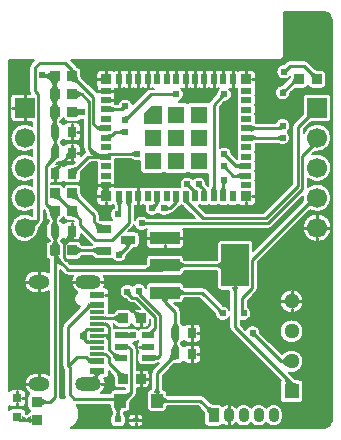
<source format=gtl>
G04 Layer: TopLayer*
G04 EasyEDA Pro v2.2.32.3, 2024-10-30 17:41:05*
G04 Gerber Generator version 0.3*
G04 Scale: 100 percent, Rotated: No, Reflected: No*
G04 Dimensions in millimeters*
G04 Leading zeros omitted, absolute positions, 3 integers and 5 decimals*
%FSLAX35Y35*%
%MOMM*%
%AMPolygonMacro1*4,1,5,-0.12499,0.72499,0.72499,0.72499,0.72499,-0.72499,-0.72499,-0.72499,-0.72499,0.12499,-0.12499,0.72499,0*%
%ADD10C,0.2032*%
%ADD11C,0.254*%
%ADD12R,0.8X0.9*%
%ADD13R,0.8X0.9*%
%ADD14R,0.8X0.8*%
%ADD15R,0.80648X0.86401*%
%ADD16R,0.86401X0.80648*%
%ADD17R,0.80648X0.86401*%
%ADD18R,0.55001X0.85001*%
%ADD19R,0.8552X0.55001*%
%ADD20R,0.85001X0.55001*%
%ADD21R,1.45001X1.45001*%
%ADD22R,0.9X0.9*%
%ADD23R,0.85001X0.55001*%
%ADD24PolygonMacro1*%
%ADD25R,2.49999X1.1*%
%ADD26R,2.34X3.59999*%
%ADD27R,0.9X1.2*%
%ADD28O,0.9X1.2*%
%ADD29R,1.07201X0.532*%
%ADD30R,1.0X1.2*%
%ADD31R,0.6X0.4*%
%ADD32R,0.6X0.4*%
%ADD33R,1.3X0.3*%
%ADD34R,1.3X0.6*%
%ADD35O,1.8X1.2*%
%ADD36O,2.2X1.2*%
%ADD37R,1.7X1.7*%
%ADD38C,1.7*%
%ADD39R,1.2954X1.2954*%
%ADD40C,1.2954*%
%ADD41R,1.25001X0.7*%
%ADD42C,0.61*%
G75*


G04 Copper Start*
G36*
G01X35814Y-3406359D02*
G01X35814Y-3376153D01*
G03X61262Y-3386767I25448J25200D01*
G01X141262Y-3386767D01*
G03X177076Y-3350953I0J35814D01*
G01X177076Y-3270954D01*
G03X141262Y-3235140I-35814J0D01*
G01X61262Y-3235140D01*
G03X35814Y-3245754I0J-35814D01*
G01X35814Y-447676D01*
G01X245715Y-447676D01*
G01X219695Y-473695D01*
G03X205486Y-508000I34305J-34305D01*
G01X205486Y-711200D01*
G03X209313Y-730086I48514J0D01*
G01X80100Y-730086D01*
G03X44286Y-765900I0J-35814D01*
G01X44286Y-935900D01*
G03X80100Y-971714I35814J0D01*
G01X230886Y-971714D01*
G01X230886Y-1003568D01*
G03X44286Y-1104900I-65786J-101332D01*
G03X230886Y-1206232I120814J0D01*
G01X230886Y-1257568D01*
G03X44286Y-1358900I-65786J-101332D01*
G03X230886Y-1460232I120814J0D01*
G01X230886Y-1511568D01*
G03X44286Y-1612900I-65786J-101332D01*
G03X230886Y-1714232I120814J0D01*
G01X230886Y-1763782D01*
G01X215811Y-1757244D01*
G03X63687Y-1932562I-50711J-109656D01*
G03X285906Y-1865503I101413J65662D01*
G01X313705Y-1837705D01*
G03X327914Y-1803400I-34305J34305D01*
G01X327914Y-1717323D01*
G01X338706Y-1728115D01*
G02X343826Y-1745341I-26418J-17226D01*
G01X343826Y-1770400D01*
G03X370964Y-1805148I35814J0D01*
G02X371450Y-1808500I-11325J-3353D01*
G01X371450Y-1809200D01*
G02X369964Y-1814935I-11811J0D01*
G03X349484Y-1847300I15334J-32365D01*
G01X349484Y-1937300D01*
G03X376271Y-1971958I35814J0D01*
G02X376784Y-1975400I-11298J-3442D01*
G01X376784Y-1976100D01*
G01X376533Y-1978521D01*
G03X343826Y-2014200I3107J-35679D01*
G01X343826Y-2100600D01*
G03X371450Y-2135465I35814J0D01*
G01X371450Y-2244870D01*
G03X317274Y-2228083I-54176J-79027D01*
G01X257274Y-2228083D01*
G03X257274Y-2419711I0J-95814D01*
G01X317274Y-2419711D01*
G03X371450Y-2402924I0J95814D01*
G01X371450Y-3108876D01*
G03X317274Y-3092089I-54176J-79027D01*
G01X257274Y-3092089D01*
G03X206466Y-3269136I0J-95814D01*
G03X187686Y-3300640I17034J-31504D01*
G01X187686Y-3381287D01*
G03X215966Y-3416300I35814J0D01*
G03X188752Y-3442637I7534J-35013D01*
G02X185400Y-3443122I-3353J11325D01*
G01X180048Y-3443122D01*
G01X177762Y-3442899D01*
G01X177762Y-3430847D01*
G03X141948Y-3395033I-35814J0D01*
G01X61948Y-3395033D01*
G03X35814Y-3406359I0J-35814D01*
G37*
G36*
G01X774727Y-1313404D02*
G03X774503Y-1317399I35590J-3995D01*
G01X774503Y-1372400D01*
G03X776752Y-1384892I35814J0D01*
G03X774503Y-1397384I33565J-12492D01*
G01X774503Y-1452385D01*
G03X776757Y-1464889I35814J0D01*
G03X774503Y-1477394I33560J-12504D01*
G01X774503Y-1532395D01*
G03X775296Y-1539890I35814J0D01*
G03X772004Y-1554890I32521J-15000D01*
G01X772004Y-1644890D01*
G03X807818Y-1680704I35814J0D01*
G01X897818Y-1680704D01*
G03X918323Y-1674252I0J35814D01*
G02X919290Y-1680491I-19659J-6238D01*
G01X919290Y-1695201D01*
G03X886426Y-1746957I33211J-57399D01*
G03X910037Y-1803536I66074J-5643D01*
G03X902301Y-1802690I-7736J-34968D01*
G01X822201Y-1802690D01*
G02X804975Y-1797570I0J31538D01*
G01X800418Y-1793013D01*
G01X800418Y-1758944D01*
G03X786208Y-1724639I-48514J0D01*
G01X651894Y-1590325D01*
G02X646774Y-1573099I26418J17226D01*
G01X646774Y-1531600D01*
G03X610960Y-1495786I-35814J0D01*
G01X530313Y-1495786D01*
G03X495300Y-1524066I0J-35814D01*
G03X460287Y-1495786I-35013J-7534D01*
G01X391414Y-1495786D01*
G01X391414Y-1490514D01*
G01X465298Y-1490514D01*
G03X495300Y-1474257I0J35814D01*
G03X525302Y-1490514I30002J19557D01*
G01X605302Y-1490514D01*
G03X641116Y-1454700I0J35814D01*
G01X641116Y-1409601D01*
G02X646237Y-1392375I31538J0D01*
G01X725208Y-1313404D01*
G01X774727Y-1313404D01*
G37*
G36*
G01X465298Y-1328886D02*
G01X428823Y-1328886D01*
G01X435439Y-1322270D01*
G02X449861Y-1312714I30758J-30758D01*
G01X465298Y-1312714D01*
G03X495300Y-1296457I0J35814D01*
G03X525302Y-1312714I30002J19557D01*
G01X588679Y-1312714D01*
G01X577627Y-1323766D01*
G02X560401Y-1328886I-17226J26418D01*
G01X525302Y-1328886D01*
G03X495300Y-1345143I0J-35814D01*
G03X465298Y-1328886I-30002J-19557D01*
G37*
G36*
G01X468478Y-2226187D02*
G01X499095Y-2256805D01*
G03X533400Y-2271014I34305J34305D01*
G01X575384Y-2271014D01*
G03X613167Y-2409959I79898J-52883D01*
G03X585523Y-2479158I42102J-56940D01*
G03X635108Y-2534783I69746J12259D01*
G01X499095Y-2670795D01*
G03X484886Y-2705100I34305J-34305D01*
G01X484886Y-3035300D01*
G03X497586Y-3068026I48514J0D01*
G01X497586Y-3276600D01*
G03X507871Y-3306469I48514J0D01*
G03X467887Y-3308681I-12571J-135231D01*
G03X468478Y-3301136I-47924J7545D01*
G01X468478Y-2226187D01*
G37*
G36*
G01X473812Y-1148800D02*
G01X473812Y-1137200D01*
G02X474324Y-1133758I11811J0D01*
G03X495300Y-1118657I-9027J34658D01*
G03X525302Y-1134914I30002J19557D01*
G01X605302Y-1134914D01*
G03X641116Y-1099100I0J35814D01*
G01X641116Y-1009100D01*
G03X605302Y-973286I-35814J0D01*
G01X525302Y-973286D01*
G03X495300Y-989543I0J-35814D01*
G03X468735Y-973451I-30002J-19557D01*
G01X468478Y-971000D01*
G01X468478Y-970300D01*
G02X468963Y-966948I11811J0D01*
G03X495300Y-939734I-8676J34747D01*
G03X530313Y-968014I35013J7534D01*
G01X610960Y-968014D01*
G03X638812Y-954716I0J35814D01*
G03X662686Y-953599I8888J65716D01*
G01X662686Y-1191172D01*
G03X676866Y-1225447I48514J0D01*
G03X670808Y-1230585I28247J-39442D01*
G01X641116Y-1260277D01*
G01X641116Y-1186900D01*
G03X605302Y-1151086I-35814J0D01*
G01X525302Y-1151086D01*
G03X495300Y-1167343I0J-35814D01*
G03X474324Y-1152242I-30002J-19557D01*
G02X473812Y-1148800I11298J3442D01*
G37*
G36*
G01X468963Y-1805148D02*
G03X495300Y-1777934I-8676J34747D01*
G03X530313Y-1806214I35013J7534D01*
G01X566059Y-1806214D01*
G02X583285Y-1811335I0J-31538D01*
G01X583455Y-1811504D01*
G01X525302Y-1811486D01*
G03X495300Y-1827743I0J-35814D01*
G03X468735Y-1811651I-30002J-19557D01*
G01X468478Y-1809200D01*
G01X468478Y-1808500D01*
G02X468963Y-1805148I11811J0D01*
G37*
G36*
G01X473812Y-1976100D02*
G01X473812Y-1975400D01*
G02X474324Y-1971958I11811J0D01*
G03X495300Y-1956857I-9027J34658D01*
G03X525302Y-1973114I30002J19557D01*
G01X605302Y-1973114D01*
G03X641116Y-1937300I0J35814D01*
G01X641116Y-1916225D01*
G01X727695Y-2002805D01*
G03X735119Y-2008886I34305J34305D01*
G01X649060Y-2008886D01*
G02X646328Y-2008566I0J11811D01*
G03X610960Y-1978386I-35368J-5634D01*
G01X530313Y-1978386D01*
G03X495300Y-2006666I0J-35814D01*
G03X475188Y-1981632I-35013J-7534D01*
G02X473812Y-1976100I10435J5533D01*
G37*
G36*
G01X499629Y-2119070D02*
G02X494130Y-2112318I167798J142267D01*
G03X495300Y-2108134I-33843J11718D01*
G03X499629Y-2119070I35013J7534D01*
G37*
G36*
G01X1102300Y-2039314D02*
G03X1138114Y-2003500I0J35814D01*
G01X1138114Y-1933500D01*
G03X1102300Y-1897686I-35814J0D01*
G01X1041123Y-1897686D01*
G01X1082055Y-1856755D01*
G03X1091172Y-1844087I-34305J34305D01*
G03X1198962Y-1879059I64528J15287D01*
G01X1200282Y-1878012D01*
G03X1193192Y-1899403I28724J-21391D01*
G01X1193192Y-2009403D01*
G03X1229006Y-2045217I35814J0D01*
G01X1479005Y-2045217D01*
G03X1514819Y-2009403I0J35814D01*
G01X1514819Y-1899403D01*
G03X1507196Y-1877314I-35814J0D01*
G01X2222500Y-1877314D01*
G03X2256805Y-1863105I0J48514D01*
G01X2521680Y-1598229D01*
G03X2523261Y-1637230I119920J-14671D01*
G01X2100811Y-2059680D01*
G01X2100811Y-2004400D01*
G03X2064997Y-1968586I-35814J0D01*
G01X1830997Y-1968586D01*
G03X1795183Y-2004400I0J-35814D01*
G01X1795183Y-2135663D01*
G01X1792897Y-2135886D01*
G01X1517105Y-2135886D01*
G01X1514819Y-2135663D01*
G01X1514819Y-2129400D01*
G03X1479005Y-2093586I-35814J0D01*
G01X1229006Y-2093586D01*
G03X1193192Y-2129400I0J-35814D01*
G01X1193192Y-2173763D01*
G01X1190906Y-2173986D01*
G01X553495Y-2173986D01*
G01X511869Y-2132360D01*
G02X508815Y-2129244I155557J155557D01*
G03X530313Y-2136414I21498J28644D01*
G01X610960Y-2136414D01*
G03X646328Y-2106234I0J35814D01*
G02X649060Y-2105914I2732J-11491D01*
G01X739200Y-2105914D01*
G02X742356Y-2106344I0J-11811D01*
G03X777300Y-2134310I34944J7848D01*
G01X902301Y-2134310D01*
G03X910719Y-2133307I0J35814D01*
G03X982631Y-2159482I54481J37807D01*
G03X1031329Y-2100448I-17431J63982D01*
G01X1031652Y-2097658D01*
G01X1074104Y-2055205D01*
G03X1084683Y-2039314I-34305J34305D01*
G01X1102300Y-2039314D01*
G37*
G36*
G01X604941Y-498232D02*
G01X554385Y-447676D01*
G01X2324100Y-447676D01*
G03X2359914Y-411862I0J35814D01*
G01X2359914Y-35814D01*
G01X2700000Y-35814D01*
G02X2764186Y-100000I0J-64186D01*
G01X2764186Y-3500000D01*
G02X2700000Y-3564186I-64186J0D01*
G01X553974Y-3564186D01*
G03X607287Y-3364860I-58674J122486D01*
G01X889810Y-3364860D01*
G01X889810Y-3389046D01*
G03X902054Y-3416011I35814J0D01*
G02X907110Y-3427146I-9734J-11136D01*
G01X907110Y-3438378D01*
G02X902054Y-3449513I-14790J0D01*
G03X889810Y-3476478I23570J-26964D01*
G01X889810Y-3516478D01*
G03X925624Y-3552292I35814J0D01*
G01X985624Y-3552292D01*
G03X1021438Y-3516478I0J35814D01*
G01X1021438Y-3476478D01*
G03X1009194Y-3449513I-35814J0D01*
G02X1004138Y-3438378I9734J11136D01*
G01X1004138Y-3427146D01*
G01X1004362Y-3424860D01*
G01X1025624Y-3424860D01*
G03X1061438Y-3389046I0J35814D01*
G01X1061438Y-3342737D01*
G02X1070994Y-3328315I40314J-16336D01*
G01X1101105Y-3298205D01*
G03X1115314Y-3263900I-34305J34305D01*
G01X1115314Y-3224787D01*
G01X1187413Y-3224787D01*
G03X1223227Y-3188973I0J35814D01*
G01X1223227Y-3102572D01*
G03X1187413Y-3066758I-35814J0D01*
G01X1115314Y-3066758D01*
G01X1115314Y-2895600D01*
G03X1101105Y-2861295I-48514J0D01*
G01X1082724Y-2842915D01*
G03X1126120Y-2823841I-3224J66236D01*
G01X1126359Y-2824177D01*
G03X1119629Y-2845075I29085J-20898D01*
G01X1119629Y-2898276D01*
G03X1126359Y-2919173I35814J0D01*
G03X1119629Y-2940071I29085J-20898D01*
G01X1119629Y-2993272D01*
G03X1155443Y-3029086I35814J0D01*
G01X1262644Y-3029086D01*
G03X1291054Y-3015078I0J35814D01*
G03X1302264Y-3012988I-3225J48407D01*
G01X1251301Y-3063951D01*
G03X1237092Y-3098255I34305J-34305D01*
G01X1237092Y-3230946D01*
G01X1236868Y-3233232D01*
G01X1235606Y-3233232D01*
G03X1199792Y-3269046I0J-35814D01*
G01X1199792Y-3389046D01*
G03X1235606Y-3424860I35814J0D01*
G01X1335606Y-3424860D01*
G03X1371420Y-3389046I0J35814D01*
G01X1371420Y-3377784D01*
G01X1373706Y-3377560D01*
G01X1632551Y-3377560D01*
G01X1679358Y-3424367D01*
G02X1684478Y-3441594I-26418J-17226D01*
G01X1684478Y-3514392D01*
G03X1720292Y-3550206I35814J0D01*
G01X1810292Y-3550206D01*
G03X1841389Y-3532159I0J35814D01*
G03X1955792Y-3519379I50904J62767D01*
G03X2082792Y-3519379I63500J49986D01*
G03X2209792Y-3519379I63500J49986D01*
G03X2354106Y-3469392I63500J49986D01*
G01X2354106Y-3439392D01*
G03X2209792Y-3389406I-80814J0D01*
G03X2082792Y-3389406I-63500J-49986D01*
G03X1955792Y-3389406I-63500J-49986D01*
G03X1841389Y-3376625I-63500J-49986D01*
G03X1810292Y-3358578I-31096J-17767D01*
G01X1762894Y-3358578D01*
G02X1745667Y-3353458I0J31538D01*
G01X1686951Y-3294742D01*
G03X1652646Y-3280532I-34305J-34305D01*
G01X1373706Y-3280532D01*
G01X1371420Y-3280309D01*
G01X1371420Y-3269046D01*
G03X1335606Y-3233232I-35814J0D01*
G01X1334343Y-3233232D01*
G01X1334120Y-3230946D01*
G01X1334120Y-3118350D01*
G01X1430400Y-3022070D01*
G02X1447626Y-3016950I17226J-26418D01*
G01X1482725Y-3016950D01*
G03X1512727Y-3000693I0J35814D01*
G03X1542730Y-3016950I30002J19557D01*
G01X1622730Y-3016950D01*
G03X1658544Y-2981136I0J35814D01*
G01X1658544Y-2891136D01*
G03X1622730Y-2855322I-35814J0D01*
G01X1542730Y-2855322D01*
G03X1512727Y-2871579I0J-35814D01*
G03X1491752Y-2856478I-30002J-19557D01*
G02X1491239Y-2853036I11298J3442D01*
G01X1491239Y-2841436D01*
G02X1491752Y-2837994I11811J0D01*
G03X1512727Y-2822893I-9027J34658D01*
G03X1542730Y-2839150I30002J19557D01*
G01X1622730Y-2839150D01*
G03X1658544Y-2803336I0J35814D01*
G01X1658544Y-2713336D01*
G03X1622730Y-2677522I-35814J0D01*
G01X1542730Y-2677522D01*
G03X1512727Y-2693779I0J-35814D01*
G03X1491752Y-2678678I-30002J-19557D01*
G02X1491239Y-2675236I11298J3442D01*
G01X1491239Y-2583517D01*
G03X1477030Y-2549212I-48514J0D01*
G01X1433029Y-2505211D01*
G01X1479005Y-2505211D01*
G03X1514819Y-2469397I0J35814D01*
G01X1514819Y-2463134D01*
G01X1517105Y-2462911D01*
G01X1645002Y-2462911D01*
G01X1775048Y-2592958D01*
G01X1775371Y-2595748D01*
G03X1827288Y-2655573I66129J4948D01*
G03X1899483Y-2622979I14212J64773D01*
G01X1899483Y-2709997D01*
G03X1913693Y-2744302I48514J0D01*
G01X2333180Y-3163789D01*
G03X2325116Y-3186430I27750J-22641D01*
G01X2325116Y-3315970D01*
G03X2360930Y-3351784I35814J0D01*
G01X2490470Y-3351784D01*
G03X2526284Y-3315970I0J35814D01*
G01X2526284Y-3186430D01*
G03X2490470Y-3150616I-35814J0D01*
G01X2469331Y-3150616D01*
G02X2452105Y-3145496I0J31538D01*
G01X2401418Y-3094809D01*
G03X2521849Y-2967663I24282J97609D01*
G03X2350807Y-2930058I-96149J-29537D01*
G01X2350494Y-2930374D01*
G03X2348025Y-2933143I25462J-25186D01*
G01X2345054Y-2936845D01*
G01X2161952Y-2753742D01*
G01X2161629Y-2750952D01*
G03X2107086Y-2690606I-66129J-4948D01*
G03X2035111Y-2728501I-11586J-65294D01*
G01X1996511Y-2689902D01*
G01X1996511Y-2653075D01*
G03X2078701Y-2620279I22789J62275D01*
G03X2055114Y-2534989I-59401J29479D01*
G01X2055114Y-2482349D01*
G01X2127202Y-2410261D01*
G03X2141411Y-2375956I-34305J34305D01*
G01X2141411Y-2156299D01*
G01X2580554Y-1717156D01*
G03X2761939Y-1602198I61046J104256D01*
G03X2563114Y-1521053I-120339J-10702D01*
G01X2563114Y-1450747D01*
G03X2760507Y-1380280I78486J91847D01*
G03X2600026Y-1245465I-118907J21380D01*
G01X2621466Y-1224024D01*
G03X2745592Y-1043405I20134J119124D01*
G03X2527514Y-1065146I-103992J-61495D01*
G01X2527514Y-1033595D01*
G01X2589395Y-971714D01*
G01X2726600Y-971714D01*
G03X2762414Y-935900I0J35814D01*
G01X2762414Y-765900D01*
G03X2726600Y-730086I-35814J0D01*
G01X2556600Y-730086D01*
G03X2520786Y-765900I0J-35814D01*
G01X2520786Y-903105D01*
G01X2444696Y-979195D01*
G03X2430486Y-1013500I34305J-34305D01*
G01X2430486Y-1495548D01*
G01X2187659Y-1738375D01*
G01X1698995Y-1738375D01*
G01X1638667Y-1678047D01*
G03X1647812Y-1675951I-3359J35656D01*
G03X1660317Y-1678205I12504J33560D01*
G01X1715318Y-1678205D01*
G03X1727810Y-1675956I0J35814D01*
G03X1740301Y-1678205I12492J33565D01*
G01X1795302Y-1678205D01*
G03X1807807Y-1675951I0J35814D01*
G03X1820311Y-1678205I12504J33560D01*
G01X1875312Y-1678205D01*
G03X1887817Y-1675951I0J35814D01*
G03X1900321Y-1678205I12504J33560D01*
G01X1955322Y-1678205D01*
G03X1974873Y-1672397I0J35814D01*
G03X1997808Y-1680704I22934J27507D01*
G01X2087808Y-1680704D01*
G03X2123622Y-1644890I0J35814D01*
G01X2123622Y-1554890D01*
G03X2120329Y-1539890I-35814J0D01*
G03X2121122Y-1532395I-35021J7496D01*
G01X2121122Y-1477394D01*
G03X2118873Y-1464902I-35814J0D01*
G03X2121122Y-1452410I-33565J12492D01*
G01X2121122Y-1397409D01*
G03X2118868Y-1384905I-35814J0D01*
G03X2121122Y-1372400I-33560J12504D01*
G01X2121122Y-1317399D01*
G03X2118868Y-1304895I-35814J0D01*
G03X2121122Y-1292390I-33560J12504D01*
G01X2121122Y-1237389D01*
G03X2118873Y-1224897I-35814J0D01*
G03X2121122Y-1212405I-33565J12492D01*
G01X2121122Y-1157404D01*
G03X2120915Y-1153560I-35814J0D01*
G01X2123408Y-1153409D01*
G01X2304032Y-1153409D01*
G01X2306231Y-1155153D01*
G03X2400027Y-1147848I43269J50253D01*
G03X2392125Y-1054100I-50527J42948D01*
G03X2389379Y-950317I-42625J50800D01*
G03X2288889Y-976396I-39879J-52983D01*
G01X2123408Y-976396D01*
G01X2120915Y-976245D01*
G03X2121122Y-972401I-35607J3844D01*
G01X2121122Y-917400D01*
G03X2118873Y-904908I-35814J0D01*
G03X2121122Y-892416I-33565J12492D01*
G01X2121122Y-837415D01*
G03X2118864Y-824898I-35814J0D01*
G03X2121122Y-812381I-33555J12517D01*
G01X2121122Y-757380D01*
G03X2118873Y-744888I-35814J0D01*
G03X2121122Y-732396I-33565J12492D01*
G01X2121122Y-677395D01*
G03X2120329Y-669900I-35814J0D01*
G03X2123622Y-654900I-32521J15000D01*
G01X2123622Y-564900D01*
G03X2087808Y-529086I-35814J0D01*
G01X1997808Y-529086D01*
G03X1974873Y-537392I0J-35814D01*
G03X1955322Y-531585I-19551J-30007D01*
G01X1900321Y-531585D01*
G03X1887817Y-533839I0J-35814D01*
G03X1875312Y-531585I-12504J-33560D01*
G01X1820311Y-531585D01*
G03X1807820Y-533834I0J-35814D01*
G03X1795328Y-531585I-12492J-33565D01*
G01X1740327Y-531585D01*
G03X1727822Y-533839I0J-35814D01*
G03X1715318Y-531585I-12504J-33560D01*
G01X1660317Y-531585D01*
G03X1647825Y-533834I0J-35814D01*
G03X1635333Y-531585I-12492J-33565D01*
G01X1580332Y-531585D01*
G03X1567828Y-533839I0J-35814D01*
G03X1555323Y-531585I-12504J-33560D01*
G01X1500322Y-531585D01*
G03X1487830Y-533834I0J-35814D01*
G03X1475339Y-531585I-12492J-33565D01*
G01X1420338Y-531585D01*
G03X1407833Y-533839I0J-35814D01*
G03X1395329Y-531585I-12504J-33560D01*
G01X1340328Y-531585D01*
G03X1327823Y-533839I0J-35814D01*
G03X1315319Y-531585I-12504J-33560D01*
G01X1260318Y-531585D01*
G03X1247826Y-533834I0J-35814D01*
G03X1235334Y-531585I-12492J-33565D01*
G01X1180333Y-531585D01*
G03X1167829Y-533839I0J-35814D01*
G03X1155324Y-531585I-12504J-33560D01*
G01X1100323Y-531585D01*
G03X1087819Y-533839I0J-35814D01*
G03X1075314Y-531585I-12504J-33560D01*
G01X1020313Y-531585D01*
G03X1007809Y-533839I0J-35814D01*
G03X995304Y-531585I-12504J-33560D01*
G01X940303Y-531585D01*
G03X920752Y-537392I0J-35814D01*
G03X897818Y-529086I-22934J-27507D01*
G01X807818Y-529086D01*
G03X772004Y-564900I0J-35814D01*
G01X772004Y-654900D01*
G03X775296Y-669900I35814J0D01*
G03X774503Y-677395I35021J-7496D01*
G01X774503Y-719458D01*
G01X651894Y-596849D01*
G02X646774Y-579622I26418J17226D01*
G01X646774Y-541000D01*
G03X610960Y-505186I-35814J0D01*
G01X610706Y-505186D01*
G03X604941Y-498232I-40069J-27351D01*
G37*
%LPC*%
G36*
G01X1171425Y-3476478D02*
G03X1135611Y-3440664I-35814J0D01*
G01X1075611Y-3440664D01*
G03X1039797Y-3476478I0J-35814D01*
G01X1039797Y-3516478D01*
G03X1075611Y-3552292I35814J0D01*
G01X1135611Y-3552292D01*
G03X1171425Y-3516478I0J35814D01*
G01X1171425Y-3476478D01*
G37*
G36*
G01X2404369Y-600421D02*
G01X2347342Y-657448D01*
G01X2344552Y-657771D01*
G03X2302609Y-770791I4948J-66129D01*
G03X2415629Y-728848I46891J46891D01*
G01X2415952Y-726058D01*
G01X2442534Y-699476D01*
G02X2457389Y-688614I42393J-42393D01*
G01X2530387Y-688614D01*
G03X2565400Y-660334I0J35814D01*
G03X2600413Y-688614I35013J7534D01*
G01X2681060Y-688614D01*
G03X2716874Y-652800I0J35814D01*
G01X2716874Y-566400D01*
G03X2681060Y-530586I-35814J0D01*
G01X2645314Y-530586D01*
G02X2628087Y-525465I0J31538D01*
G01X2563618Y-460995D01*
G03X2529313Y-446786I-34305J-34305D01*
G01X2413000Y-446786D01*
G03X2378695Y-460995I0J-48514D01*
G01X2359864Y-479827D01*
G03X2302368Y-574695I2336J-66273D01*
G03X2412300Y-589546I59832J28595D01*
G02X2404369Y-600421I-38688J19883D01*
G37*
G36*
G01X2425700Y-2388616D02*
G03X2425700Y-2589784I0J-100584D01*
G03X2425700Y-2388616I0J100584D01*
G37*
G36*
G01X2425700Y-2642616D02*
G03X2425700Y-2843784I0J-100584D01*
G03X2425700Y-2642616I0J100584D01*
G37*
G36*
G01X2641600Y-1746086D02*
G03X2641600Y-1987714I0J-120814D01*
G03X2641600Y-1746086I0J120814D01*
G37*
%LPD*%
G36*
G01X839221Y-3141703D02*
G01X844526Y-3141703D01*
G03X880340Y-3105889I0J35814D01*
G01X880340Y-3082549D01*
G01X915159Y-3117368D01*
G02X920279Y-3134594I-26418J-17226D01*
G01X920279Y-3188973D01*
G03X956093Y-3224787I35814J0D01*
G01X1018286Y-3224787D01*
G01X1018286Y-3233232D01*
G01X925624Y-3233232D01*
G03X889831Y-3267832I0J-35814D01*
G01X808118Y-3267832D01*
G03X839221Y-3141703I-52836J79929D01*
G37*
G36*
G01X1517105Y-2232914D02*
G01X1792897Y-2232914D01*
G01X1795183Y-2233137D01*
G01X1795183Y-2364400D01*
G03X1830997Y-2400214I35814J0D01*
G01X1899260Y-2400214D01*
G01X1899483Y-2402500D01*
G01X1899483Y-2558621D01*
G03X1846448Y-2524671I-57983J-32179D01*
G01X1843658Y-2524348D01*
G01X1699402Y-2380092D01*
G03X1665097Y-2365883I-34305J-34305D01*
G01X1517105Y-2365883D01*
G01X1514819Y-2365660D01*
G01X1514819Y-2359397D01*
G03X1479005Y-2323583I-35814J0D01*
G01X1229006Y-2323583D01*
G03X1193192Y-2359397I0J-35814D01*
G01X1193192Y-2379272D01*
G03X1142762Y-2335167I-62892J-21028D01*
G03X1079613Y-2357541I-12462J-65133D01*
G03X977595Y-2373537I-44563J-49109D01*
G03X1014899Y-2469828I57455J-33113D01*
G01X1018796Y-2471132D01*
G01X1021037Y-2472059D01*
G01X1021497Y-2472315D01*
G01X1021951Y-2472681D01*
G01X1042275Y-2493005D01*
G03X1076579Y-2507214I34305J34305D01*
G01X1092405Y-2507214D01*
G01X1139054Y-2553863D01*
G01X1106766Y-2553863D01*
G03X1071753Y-2582144I0J-35814D01*
G03X1036740Y-2553863I-35013J-7534D01*
G01X956093Y-2553863D01*
G03X920725Y-2584043I0J-35814D01*
G02X917993Y-2584364I-2732J11491D01*
G01X882626Y-2584364D01*
G01X880340Y-2584344D01*
G01X880340Y-2565894D01*
G03X878916Y-2555895I-35814J0D01*
G03X880340Y-2545895I-34390J9999D01*
G01X880340Y-2485895D01*
G03X878918Y-2475903I-35814J0D01*
G03X880340Y-2465911I-34392J9992D01*
G01X880340Y-2405911D01*
G03X844526Y-2370097I-35814J0D01*
G01X839221Y-2370097D01*
G03X835180Y-2271014I-83940J46200D01*
G01X1190906Y-2271014D01*
G02X1221205Y-2274354I0J-139101D01*
G03X1229006Y-2275214I7801J34954D01*
G01X1479005Y-2275214D01*
G03X1514819Y-2239400I0J35814D01*
G01X1514819Y-2233137D01*
G01X1517105Y-2232914D01*
G37*
G36*
G01X1223986Y-2638795D02*
G01X1223986Y-2693128D01*
G01X1202849Y-2714265D01*
G01X1155443Y-2714265D01*
G03X1126120Y-2729518I0J-35814D01*
G03X1048676Y-2717964I-46620J-47161D01*
G03X1032825Y-2714265I-15852J-32115D01*
G01X925624Y-2714265D01*
G01X924814Y-2714275D01*
G01X924814Y-2705100D01*
G03X918636Y-2681409I-48514J0D01*
G01X920725Y-2681712D01*
G03X956093Y-2711892I35368J5634D01*
G01X1036740Y-2711892D01*
G03X1071753Y-2683612I0J35814D01*
G03X1106766Y-2711892I35013J7534D01*
G01X1187413Y-2711892D01*
G03X1223227Y-2676078I0J35814D01*
G01X1223227Y-2638036D01*
G01X1223986Y-2638795D01*
G37*
G36*
G01X931132Y-812406D02*
G01X931132Y-757405D01*
G03X928878Y-744901I-35814J0D01*
G03X931132Y-732396I-33560J12504D01*
G01X931132Y-687020D01*
G03X940303Y-688214I9171J34620D01*
G01X995304Y-688214D01*
G03X1007809Y-685960I0J35814D01*
G03X1020313Y-688214I12504J33560D01*
G01X1075314Y-688214D01*
G03X1087819Y-685960I0J35814D01*
G03X1100323Y-688214I12504J33560D01*
G01X1155324Y-688214D01*
G03X1167829Y-685960I0J35814D01*
G03X1180333Y-688214I12504J33560D01*
G01X1228374Y-688214D01*
G03X1197595Y-702295I3526J-48386D01*
G01X1079795Y-820096D01*
G03X1017950Y-771915I-63795J-18104D01*
G03X953380Y-816376I-1950J-66285D01*
G01X933418Y-816376D01*
G01X930928Y-816225D01*
G03X931132Y-812406I-35610J3819D01*
G37*
G36*
G01X1375312Y-1410720D02*
G01X1520313Y-1410720D01*
G03X1546555Y-1399278I0J35814D01*
G03X1572797Y-1410720I26242J24372D01*
G01X1717798Y-1410720D01*
G01X1719288Y-1410689D01*
G01X1719288Y-1510979D01*
G01X1704752Y-1496442D01*
G01X1704429Y-1493647D01*
G03X1590675Y-1452454I-66129J-4953D01*
G03X1507523Y-1442606I-47625J-46146D01*
G03X1481014Y-1522032I35527J-55994D01*
G03X1475313Y-1521576I-5701J-35357D01*
G01X1420312Y-1521576D01*
G03X1407820Y-1523825I0J-35814D01*
G03X1395329Y-1521576I-12492J-33565D01*
G01X1340328Y-1521576D01*
G03X1327823Y-1523829I0J-35814D01*
G03X1315319Y-1521576I-12504J-33560D01*
G01X1260318Y-1521576D01*
G03X1247813Y-1523829I0J-35814D01*
G03X1235309Y-1521576I-12504J-33560D01*
G01X1180308Y-1521576D01*
G03X1167803Y-1523829I0J-35814D01*
G03X1155299Y-1521576I-12504J-33560D01*
G01X1100298Y-1521576D01*
G03X1087806Y-1523825I0J-35814D01*
G03X1075314Y-1521576I-12492J-33565D01*
G01X1020313Y-1521576D01*
G03X1007809Y-1523829I0J-35814D01*
G03X995304Y-1521576I-12504J-33560D01*
G01X940303Y-1521576D01*
G03X931132Y-1522770I0J-35814D01*
G01X931132Y-1477394D01*
G03X928878Y-1464889I-35814J0D01*
G03X931132Y-1452385I-33560J12504D01*
G01X931132Y-1397384D01*
G03X928883Y-1384892I-35814J0D01*
G03X931132Y-1372400I-33565J12492D01*
G01X931132Y-1317399D01*
G03X928878Y-1304895I-35814J0D01*
G03X931132Y-1292390I-33560J12504D01*
G01X931132Y-1288004D01*
G01X1072137Y-1288004D01*
G01X1074338Y-1289749D01*
G03X1141988Y-1301156I43262J50259D01*
G01X1141988Y-1374906D01*
G03X1177802Y-1410720I35814J0D01*
G01X1322803Y-1410720D01*
G03X1349058Y-1399264I0J35814D01*
G03X1375312Y-1410720I26255J24358D01*
G37*
G36*
G01X1198962Y-1778541D02*
G03X1096264Y-1799391I-43262J-50259D01*
G01X1096264Y-1680491D01*
G01X1096417Y-1677994D01*
G03X1100298Y-1678205I3881J35603D01*
G01X1155299Y-1678205D01*
G03X1167803Y-1675951I0J35814D01*
G03X1180308Y-1678205I12504J33560D01*
G01X1182626Y-1678205D01*
G03X1211022Y-1758984I61974J-23595D01*
G03X1295400Y-1744425I33578J57184D01*
G03X1389458Y-1752062I50800J42625D01*
G01X1391663Y-1750314D01*
G01X1397000Y-1750314D01*
G03X1431305Y-1736105I0J48514D01*
G01X1482117Y-1685292D01*
G03X1489131Y-1676411I-34305J34305D01*
G03X1493066Y-1677462I11191J34021D01*
G02X1509998Y-1686596I-6800J-32867D01*
G01X1603688Y-1780286D01*
G01X1201163Y-1780286D01*
G01X1198962Y-1778541D01*
G37*
G36*
G01X1247826Y-685965D02*
G03X1257289Y-688086I12492J33565D01*
G01X1238362Y-688086D01*
G03X1247826Y-685965I-3028J35686D01*
G37*
G36*
G01X1717798Y-799095D02*
G01X1572797Y-799095D01*
G03X1546555Y-810537I0J-35814D01*
G03X1520313Y-799095I-26242J-24372D01*
G01X1469978Y-799095D01*
G03X1512853Y-749471I-22178J62495D01*
G03X1492106Y-687259I-65053J12871D01*
G03X1500322Y-688214I8216J34859D01*
G01X1555323Y-688214D01*
G03X1567828Y-685960I0J35814D01*
G03X1580332Y-688214I12504J33560D01*
G01X1635333Y-688214D01*
G03X1647825Y-685965I0J35814D01*
G03X1660317Y-688214I12492J33565D01*
G01X1715318Y-688214D01*
G03X1727822Y-685960I0J35814D01*
G03X1740327Y-688214I12504J33560D01*
G01X1795328Y-688214D01*
G03X1807820Y-685965I0J35814D01*
G03X1810395Y-686814I12492J33565D01*
G03X1788071Y-731652I43805J-49786D01*
G01X1787748Y-734442D01*
G01X1733497Y-788694D01*
G03X1725161Y-799860I34305J-34305D01*
G03X1717798Y-799095I-7363J-35049D01*
G37*
G36*
G01X1856358Y-803052D02*
G01X1859148Y-802729D01*
G03X1916739Y-758656I-4948J66129D01*
G03X1899538Y-688206I-62539J22056D01*
G01X1900321Y-688214D01*
G01X1955322Y-688214D01*
G03X1964493Y-687020I0J35814D01*
G01X1964493Y-732396D01*
G03X1966742Y-744888I35814J0D01*
G03X1964493Y-757380I33565J-12492D01*
G01X1964493Y-812381D01*
G03X1966752Y-824898I35814J0D01*
G03X1964493Y-837415I33555J-12517D01*
G01X1964493Y-892416D01*
G03X1966742Y-904908I35814J0D01*
G03X1964493Y-917400I33565J-12492D01*
G01X1964493Y-972401D01*
G03X1966747Y-984905I35814J0D01*
G03X1964493Y-997410I33560J-12504D01*
G01X1964493Y-1052411D01*
G03X1966742Y-1064903I35814J0D01*
G03X1964493Y-1077394I33565J-12492D01*
G01X1964493Y-1132395D01*
G03X1966747Y-1144900I35814J0D01*
G03X1964493Y-1157404I33560J-12504D01*
G01X1964493Y-1212405D01*
G03X1966742Y-1224897I35814J0D01*
G03X1964493Y-1237389I33565J-12492D01*
G01X1964493Y-1286284D01*
G01X1920652Y-1242442D01*
G01X1920329Y-1239647D01*
G03X1882685Y-1184715I-66129J-4953D01*
G03X1816316Y-1190173I-28485J-59885D01*
G01X1816316Y-843093D01*
G01X1856358Y-803052D01*
G37*
G54D10*
G01X35814Y-3406359D02*
G01X35814Y-3376153D01*
G03X61262Y-3386767I25448J25200D01*
G01X141262Y-3386767D01*
G03X177076Y-3350953I0J35814D01*
G01X177076Y-3270954D01*
G03X141262Y-3235140I-35814J0D01*
G01X61262Y-3235140D01*
G03X35814Y-3245754I0J-35814D01*
G01X35814Y-447676D01*
G01X245715Y-447676D01*
G01X219695Y-473695D01*
G03X205486Y-508000I34305J-34305D01*
G01X205486Y-711200D01*
G03X209313Y-730086I48514J0D01*
G01X80100Y-730086D01*
G03X44286Y-765900I0J-35814D01*
G01X44286Y-935900D01*
G03X80100Y-971714I35814J0D01*
G01X230886Y-971714D01*
G01X230886Y-1003568D01*
G03X44286Y-1104900I-65786J-101332D01*
G03X230886Y-1206232I120814J0D01*
G01X230886Y-1257568D01*
G03X44286Y-1358900I-65786J-101332D01*
G03X230886Y-1460232I120814J0D01*
G01X230886Y-1511568D01*
G03X44286Y-1612900I-65786J-101332D01*
G03X230886Y-1714232I120814J0D01*
G01X230886Y-1763782D01*
G01X215811Y-1757244D01*
G03X63687Y-1932562I-50711J-109656D01*
G03X285906Y-1865503I101413J65662D01*
G01X313705Y-1837705D01*
G03X327914Y-1803400I-34305J34305D01*
G01X327914Y-1717323D01*
G01X338706Y-1728115D01*
G02X343826Y-1745341I-26418J-17226D01*
G01X343826Y-1770400D01*
G03X370964Y-1805148I35814J0D01*
G02X371450Y-1808500I-11325J-3353D01*
G01X371450Y-1809200D01*
G02X369964Y-1814935I-11811J0D01*
G03X349484Y-1847300I15334J-32365D01*
G01X349484Y-1937300D01*
G03X376271Y-1971958I35814J0D01*
G02X376784Y-1975400I-11298J-3442D01*
G01X376784Y-1976100D01*
G01X376533Y-1978521D01*
G03X343826Y-2014200I3107J-35679D01*
G01X343826Y-2100600D01*
G03X371450Y-2135465I35814J0D01*
G01X371450Y-2244870D01*
G03X317274Y-2228083I-54176J-79027D01*
G01X257274Y-2228083D01*
G03X257274Y-2419711I0J-95814D01*
G01X317274Y-2419711D01*
G03X371450Y-2402924I0J95814D01*
G01X371450Y-3108876D01*
G03X317274Y-3092089I-54176J-79027D01*
G01X257274Y-3092089D01*
G03X206466Y-3269136I0J-95814D01*
G03X187686Y-3300640I17034J-31504D01*
G01X187686Y-3381287D01*
G03X215966Y-3416300I35814J0D01*
G03X188752Y-3442637I7534J-35013D01*
G02X185400Y-3443122I-3353J11325D01*
G01X180048Y-3443122D01*
G01X177762Y-3442899D01*
G01X177762Y-3430847D01*
G03X141948Y-3395033I-35814J0D01*
G01X61948Y-3395033D01*
G03X35814Y-3406359I0J-35814D01*
G01X774727Y-1313404D02*
G03X774503Y-1317399I35590J-3995D01*
G01X774503Y-1372400D01*
G03X776752Y-1384892I35814J0D01*
G03X774503Y-1397384I33565J-12492D01*
G01X774503Y-1452385D01*
G03X776757Y-1464889I35814J0D01*
G03X774503Y-1477394I33560J-12504D01*
G01X774503Y-1532395D01*
G03X775296Y-1539890I35814J0D01*
G03X772004Y-1554890I32521J-15000D01*
G01X772004Y-1644890D01*
G03X807818Y-1680704I35814J0D01*
G01X897818Y-1680704D01*
G03X918323Y-1674252I0J35814D01*
G02X919290Y-1680491I-19659J-6238D01*
G01X919290Y-1695201D01*
G03X886426Y-1746957I33211J-57399D01*
G03X910037Y-1803536I66074J-5643D01*
G03X902301Y-1802690I-7736J-34968D01*
G01X822201Y-1802690D01*
G02X804975Y-1797570I0J31538D01*
G01X800418Y-1793013D01*
G01X800418Y-1758944D01*
G03X786208Y-1724639I-48514J0D01*
G01X651894Y-1590325D01*
G02X646774Y-1573099I26418J17226D01*
G01X646774Y-1531600D01*
G03X610960Y-1495786I-35814J0D01*
G01X530313Y-1495786D01*
G03X495300Y-1524066I0J-35814D01*
G03X460287Y-1495786I-35013J-7534D01*
G01X391414Y-1495786D01*
G01X391414Y-1490514D01*
G01X465298Y-1490514D01*
G03X495300Y-1474257I0J35814D01*
G03X525302Y-1490514I30002J19557D01*
G01X605302Y-1490514D01*
G03X641116Y-1454700I0J35814D01*
G01X641116Y-1409601D01*
G02X646237Y-1392375I31538J0D01*
G01X725208Y-1313404D01*
G01X774727Y-1313404D01*
G01X465298Y-1328886D02*
G01X428823Y-1328886D01*
G01X435439Y-1322270D01*
G02X449861Y-1312714I30758J-30758D01*
G01X465298Y-1312714D01*
G03X495300Y-1296457I0J35814D01*
G03X525302Y-1312714I30002J19557D01*
G01X588679Y-1312714D01*
G01X577627Y-1323766D01*
G02X560401Y-1328886I-17226J26418D01*
G01X525302Y-1328886D01*
G03X495300Y-1345143I0J-35814D01*
G03X465298Y-1328886I-30002J-19557D01*
G01X468478Y-2226187D02*
G01X499095Y-2256805D01*
G03X533400Y-2271014I34305J34305D01*
G01X575384Y-2271014D01*
G03X613167Y-2409959I79898J-52883D01*
G03X585523Y-2479158I42102J-56940D01*
G03X635108Y-2534783I69746J12259D01*
G01X499095Y-2670795D01*
G03X484886Y-2705100I34305J-34305D01*
G01X484886Y-3035300D01*
G03X497586Y-3068026I48514J0D01*
G01X497586Y-3276600D01*
G03X507871Y-3306469I48514J0D01*
G03X467887Y-3308681I-12571J-135231D01*
G03X468478Y-3301136I-47924J7545D01*
G01X468478Y-2226187D01*
G01X473812Y-1148800D02*
G01X473812Y-1137200D01*
G02X474324Y-1133758I11811J0D01*
G03X495300Y-1118657I-9027J34658D01*
G03X525302Y-1134914I30002J19557D01*
G01X605302Y-1134914D01*
G03X641116Y-1099100I0J35814D01*
G01X641116Y-1009100D01*
G03X605302Y-973286I-35814J0D01*
G01X525302Y-973286D01*
G03X495300Y-989543I0J-35814D01*
G03X468735Y-973451I-30002J-19557D01*
G01X468478Y-971000D01*
G01X468478Y-970300D01*
G02X468963Y-966948I11811J0D01*
G03X495300Y-939734I-8676J34747D01*
G03X530313Y-968014I35013J7534D01*
G01X610960Y-968014D01*
G03X638812Y-954716I0J35814D01*
G03X662686Y-953599I8888J65716D01*
G01X662686Y-1191172D01*
G03X676866Y-1225447I48514J0D01*
G03X670808Y-1230585I28247J-39442D01*
G01X641116Y-1260277D01*
G01X641116Y-1186900D01*
G03X605302Y-1151086I-35814J0D01*
G01X525302Y-1151086D01*
G03X495300Y-1167343I0J-35814D01*
G03X474324Y-1152242I-30002J-19557D01*
G02X473812Y-1148800I11298J3442D01*
G01X468963Y-1805148D02*
G03X495300Y-1777934I-8676J34747D01*
G03X530313Y-1806214I35013J7534D01*
G01X566059Y-1806214D01*
G02X583285Y-1811335I0J-31538D01*
G01X583455Y-1811504D01*
G01X525302Y-1811486D01*
G03X495300Y-1827743I0J-35814D01*
G03X468735Y-1811651I-30002J-19557D01*
G01X468478Y-1809200D01*
G01X468478Y-1808500D01*
G02X468963Y-1805148I11811J0D01*
G01X473812Y-1976100D02*
G01X473812Y-1975400D01*
G02X474324Y-1971958I11811J0D01*
G03X495300Y-1956857I-9027J34658D01*
G03X525302Y-1973114I30002J19557D01*
G01X605302Y-1973114D01*
G03X641116Y-1937300I0J35814D01*
G01X641116Y-1916225D01*
G01X727695Y-2002805D01*
G03X735119Y-2008886I34305J34305D01*
G01X649060Y-2008886D01*
G02X646328Y-2008566I0J11811D01*
G03X610960Y-1978386I-35368J-5634D01*
G01X530313Y-1978386D01*
G03X495300Y-2006666I0J-35814D01*
G03X475188Y-1981632I-35013J-7534D01*
G02X473812Y-1976100I10435J5533D01*
G01X499629Y-2119070D02*
G02X494130Y-2112318I167798J142267D01*
G03X495300Y-2108134I-33843J11718D01*
G03X499629Y-2119070I35013J7534D01*
G01X1102300Y-2039314D02*
G03X1138114Y-2003500I0J35814D01*
G01X1138114Y-1933500D01*
G03X1102300Y-1897686I-35814J0D01*
G01X1041123Y-1897686D01*
G01X1082055Y-1856755D01*
G03X1091172Y-1844087I-34305J34305D01*
G03X1198962Y-1879059I64528J15287D01*
G01X1200282Y-1878012D01*
G03X1193192Y-1899403I28724J-21391D01*
G01X1193192Y-2009403D01*
G03X1229006Y-2045217I35814J0D01*
G01X1479005Y-2045217D01*
G03X1514819Y-2009403I0J35814D01*
G01X1514819Y-1899403D01*
G03X1507196Y-1877314I-35814J0D01*
G01X2222500Y-1877314D01*
G03X2256805Y-1863105I0J48514D01*
G01X2521680Y-1598229D01*
G03X2523261Y-1637230I119920J-14671D01*
G01X2100811Y-2059680D01*
G01X2100811Y-2004400D01*
G03X2064997Y-1968586I-35814J0D01*
G01X1830997Y-1968586D01*
G03X1795183Y-2004400I0J-35814D01*
G01X1795183Y-2135663D01*
G01X1792897Y-2135886D01*
G01X1517105Y-2135886D01*
G01X1514819Y-2135663D01*
G01X1514819Y-2129400D01*
G03X1479005Y-2093586I-35814J0D01*
G01X1229006Y-2093586D01*
G03X1193192Y-2129400I0J-35814D01*
G01X1193192Y-2173763D01*
G01X1190906Y-2173986D01*
G01X553495Y-2173986D01*
G01X511869Y-2132360D01*
G02X508815Y-2129244I155557J155557D01*
G03X530313Y-2136414I21498J28644D01*
G01X610960Y-2136414D01*
G03X646328Y-2106234I0J35814D01*
G02X649060Y-2105914I2732J-11491D01*
G01X739200Y-2105914D01*
G02X742356Y-2106344I0J-11811D01*
G03X777300Y-2134310I34944J7848D01*
G01X902301Y-2134310D01*
G03X910719Y-2133307I0J35814D01*
G03X982631Y-2159482I54481J37807D01*
G03X1031329Y-2100448I-17431J63982D01*
G01X1031652Y-2097658D01*
G01X1074104Y-2055205D01*
G03X1084683Y-2039314I-34305J34305D01*
G01X1102300Y-2039314D01*
G01X604941Y-498232D02*
G01X554385Y-447676D01*
G01X2324100Y-447676D01*
G03X2359914Y-411862I0J35814D01*
G01X2359914Y-35814D01*
G01X2700000Y-35814D01*
G02X2764186Y-100000I0J-64186D01*
G01X2764186Y-3500000D01*
G02X2700000Y-3564186I-64186J0D01*
G01X553974Y-3564186D01*
G03X607287Y-3364860I-58674J122486D01*
G01X889810Y-3364860D01*
G01X889810Y-3389046D01*
G03X902054Y-3416011I35814J0D01*
G02X907110Y-3427146I-9734J-11136D01*
G01X907110Y-3438378D01*
G02X902054Y-3449513I-14790J0D01*
G03X889810Y-3476478I23570J-26964D01*
G01X889810Y-3516478D01*
G03X925624Y-3552292I35814J0D01*
G01X985624Y-3552292D01*
G03X1021438Y-3516478I0J35814D01*
G01X1021438Y-3476478D01*
G03X1009194Y-3449513I-35814J0D01*
G02X1004138Y-3438378I9734J11136D01*
G01X1004138Y-3427146D01*
G01X1004362Y-3424860D01*
G01X1025624Y-3424860D01*
G03X1061438Y-3389046I0J35814D01*
G01X1061438Y-3342737D01*
G02X1070994Y-3328315I40314J-16336D01*
G01X1101105Y-3298205D01*
G03X1115314Y-3263900I-34305J34305D01*
G01X1115314Y-3224787D01*
G01X1187413Y-3224787D01*
G03X1223227Y-3188973I0J35814D01*
G01X1223227Y-3102572D01*
G03X1187413Y-3066758I-35814J0D01*
G01X1115314Y-3066758D01*
G01X1115314Y-2895600D01*
G03X1101105Y-2861295I-48514J0D01*
G01X1082724Y-2842915D01*
G03X1126120Y-2823841I-3224J66236D01*
G01X1126359Y-2824177D01*
G03X1119629Y-2845075I29085J-20898D01*
G01X1119629Y-2898276D01*
G03X1126359Y-2919173I35814J0D01*
G03X1119629Y-2940071I29085J-20898D01*
G01X1119629Y-2993272D01*
G03X1155443Y-3029086I35814J0D01*
G01X1262644Y-3029086D01*
G03X1291054Y-3015078I0J35814D01*
G03X1302264Y-3012988I-3225J48407D01*
G01X1251301Y-3063951D01*
G03X1237092Y-3098255I34305J-34305D01*
G01X1237092Y-3230946D01*
G01X1236868Y-3233232D01*
G01X1235606Y-3233232D01*
G03X1199792Y-3269046I0J-35814D01*
G01X1199792Y-3389046D01*
G03X1235606Y-3424860I35814J0D01*
G01X1335606Y-3424860D01*
G03X1371420Y-3389046I0J35814D01*
G01X1371420Y-3377784D01*
G01X1373706Y-3377560D01*
G01X1632551Y-3377560D01*
G01X1679358Y-3424367D01*
G02X1684478Y-3441594I-26418J-17226D01*
G01X1684478Y-3514392D01*
G03X1720292Y-3550206I35814J0D01*
G01X1810292Y-3550206D01*
G03X1841389Y-3532159I0J35814D01*
G03X1955792Y-3519379I50904J62767D01*
G03X2082792Y-3519379I63500J49986D01*
G03X2209792Y-3519379I63500J49986D01*
G03X2354106Y-3469392I63500J49986D01*
G01X2354106Y-3439392D01*
G03X2209792Y-3389406I-80814J0D01*
G03X2082792Y-3389406I-63500J-49986D01*
G03X1955792Y-3389406I-63500J-49986D01*
G03X1841389Y-3376625I-63500J-49986D01*
G03X1810292Y-3358578I-31096J-17767D01*
G01X1762894Y-3358578D01*
G02X1745667Y-3353458I0J31538D01*
G01X1686951Y-3294742D01*
G03X1652646Y-3280532I-34305J-34305D01*
G01X1373706Y-3280532D01*
G01X1371420Y-3280309D01*
G01X1371420Y-3269046D01*
G03X1335606Y-3233232I-35814J0D01*
G01X1334343Y-3233232D01*
G01X1334120Y-3230946D01*
G01X1334120Y-3118350D01*
G01X1430400Y-3022070D01*
G02X1447626Y-3016950I17226J-26418D01*
G01X1482725Y-3016950D01*
G03X1512727Y-3000693I0J35814D01*
G03X1542730Y-3016950I30002J19557D01*
G01X1622730Y-3016950D01*
G03X1658544Y-2981136I0J35814D01*
G01X1658544Y-2891136D01*
G03X1622730Y-2855322I-35814J0D01*
G01X1542730Y-2855322D01*
G03X1512727Y-2871579I0J-35814D01*
G03X1491752Y-2856478I-30002J-19557D01*
G02X1491239Y-2853036I11298J3442D01*
G01X1491239Y-2841436D01*
G02X1491752Y-2837994I11811J0D01*
G03X1512727Y-2822893I-9027J34658D01*
G03X1542730Y-2839150I30002J19557D01*
G01X1622730Y-2839150D01*
G03X1658544Y-2803336I0J35814D01*
G01X1658544Y-2713336D01*
G03X1622730Y-2677522I-35814J0D01*
G01X1542730Y-2677522D01*
G03X1512727Y-2693779I0J-35814D01*
G03X1491752Y-2678678I-30002J-19557D01*
G02X1491239Y-2675236I11298J3442D01*
G01X1491239Y-2583517D01*
G03X1477030Y-2549212I-48514J0D01*
G01X1433029Y-2505211D01*
G01X1479005Y-2505211D01*
G03X1514819Y-2469397I0J35814D01*
G01X1514819Y-2463134D01*
G01X1517105Y-2462911D01*
G01X1645002Y-2462911D01*
G01X1775048Y-2592958D01*
G01X1775371Y-2595748D01*
G03X1827288Y-2655573I66129J4948D01*
G03X1899483Y-2622979I14212J64773D01*
G01X1899483Y-2709997D01*
G03X1913693Y-2744302I48514J0D01*
G01X2333180Y-3163789D01*
G03X2325116Y-3186430I27750J-22641D01*
G01X2325116Y-3315970D01*
G03X2360930Y-3351784I35814J0D01*
G01X2490470Y-3351784D01*
G03X2526284Y-3315970I0J35814D01*
G01X2526284Y-3186430D01*
G03X2490470Y-3150616I-35814J0D01*
G01X2469331Y-3150616D01*
G02X2452105Y-3145496I0J31538D01*
G01X2401418Y-3094809D01*
G03X2521849Y-2967663I24282J97609D01*
G03X2350807Y-2930058I-96149J-29537D01*
G01X2350494Y-2930374D01*
G03X2348025Y-2933143I25462J-25186D01*
G01X2345054Y-2936845D01*
G01X2161952Y-2753742D01*
G01X2161629Y-2750952D01*
G03X2107086Y-2690606I-66129J-4948D01*
G03X2035111Y-2728501I-11586J-65294D01*
G01X1996511Y-2689902D01*
G01X1996511Y-2653075D01*
G03X2078701Y-2620279I22789J62275D01*
G03X2055114Y-2534989I-59401J29479D01*
G01X2055114Y-2482349D01*
G01X2127202Y-2410261D01*
G03X2141411Y-2375956I-34305J34305D01*
G01X2141411Y-2156299D01*
G01X2580554Y-1717156D01*
G03X2761939Y-1602198I61046J104256D01*
G03X2563114Y-1521053I-120339J-10702D01*
G01X2563114Y-1450747D01*
G03X2760507Y-1380280I78486J91847D01*
G03X2600026Y-1245465I-118907J21380D01*
G01X2621466Y-1224024D01*
G03X2745592Y-1043405I20134J119124D01*
G03X2527514Y-1065146I-103992J-61495D01*
G01X2527514Y-1033595D01*
G01X2589395Y-971714D01*
G01X2726600Y-971714D01*
G03X2762414Y-935900I0J35814D01*
G01X2762414Y-765900D01*
G03X2726600Y-730086I-35814J0D01*
G01X2556600Y-730086D01*
G03X2520786Y-765900I0J-35814D01*
G01X2520786Y-903105D01*
G01X2444696Y-979195D01*
G03X2430486Y-1013500I34305J-34305D01*
G01X2430486Y-1495548D01*
G01X2187659Y-1738375D01*
G01X1698995Y-1738375D01*
G01X1638667Y-1678047D01*
G03X1647812Y-1675951I-3359J35656D01*
G03X1660317Y-1678205I12504J33560D01*
G01X1715318Y-1678205D01*
G03X1727810Y-1675956I0J35814D01*
G03X1740301Y-1678205I12492J33565D01*
G01X1795302Y-1678205D01*
G03X1807807Y-1675951I0J35814D01*
G03X1820311Y-1678205I12504J33560D01*
G01X1875312Y-1678205D01*
G03X1887817Y-1675951I0J35814D01*
G03X1900321Y-1678205I12504J33560D01*
G01X1955322Y-1678205D01*
G03X1974873Y-1672397I0J35814D01*
G03X1997808Y-1680704I22934J27507D01*
G01X2087808Y-1680704D01*
G03X2123622Y-1644890I0J35814D01*
G01X2123622Y-1554890D01*
G03X2120329Y-1539890I-35814J0D01*
G03X2121122Y-1532395I-35021J7496D01*
G01X2121122Y-1477394D01*
G03X2118873Y-1464902I-35814J0D01*
G03X2121122Y-1452410I-33565J12492D01*
G01X2121122Y-1397409D01*
G03X2118868Y-1384905I-35814J0D01*
G03X2121122Y-1372400I-33560J12504D01*
G01X2121122Y-1317399D01*
G03X2118868Y-1304895I-35814J0D01*
G03X2121122Y-1292390I-33560J12504D01*
G01X2121122Y-1237389D01*
G03X2118873Y-1224897I-35814J0D01*
G03X2121122Y-1212405I-33565J12492D01*
G01X2121122Y-1157404D01*
G03X2120915Y-1153560I-35814J0D01*
G01X2123408Y-1153409D01*
G01X2304032Y-1153409D01*
G01X2306231Y-1155153D01*
G03X2400027Y-1147848I43269J50253D01*
G03X2392125Y-1054100I-50527J42948D01*
G03X2389379Y-950317I-42625J50800D01*
G03X2288889Y-976396I-39879J-52983D01*
G01X2123408Y-976396D01*
G01X2120915Y-976245D01*
G03X2121122Y-972401I-35607J3844D01*
G01X2121122Y-917400D01*
G03X2118873Y-904908I-35814J0D01*
G03X2121122Y-892416I-33565J12492D01*
G01X2121122Y-837415D01*
G03X2118864Y-824898I-35814J0D01*
G03X2121122Y-812381I-33555J12517D01*
G01X2121122Y-757380D01*
G03X2118873Y-744888I-35814J0D01*
G03X2121122Y-732396I-33565J12492D01*
G01X2121122Y-677395D01*
G03X2120329Y-669900I-35814J0D01*
G03X2123622Y-654900I-32521J15000D01*
G01X2123622Y-564900D01*
G03X2087808Y-529086I-35814J0D01*
G01X1997808Y-529086D01*
G03X1974873Y-537392I0J-35814D01*
G03X1955322Y-531585I-19551J-30007D01*
G01X1900321Y-531585D01*
G03X1887817Y-533839I0J-35814D01*
G03X1875312Y-531585I-12504J-33560D01*
G01X1820311Y-531585D01*
G03X1807820Y-533834I0J-35814D01*
G03X1795328Y-531585I-12492J-33565D01*
G01X1740327Y-531585D01*
G03X1727822Y-533839I0J-35814D01*
G03X1715318Y-531585I-12504J-33560D01*
G01X1660317Y-531585D01*
G03X1647825Y-533834I0J-35814D01*
G03X1635333Y-531585I-12492J-33565D01*
G01X1580332Y-531585D01*
G03X1567828Y-533839I0J-35814D01*
G03X1555323Y-531585I-12504J-33560D01*
G01X1500322Y-531585D01*
G03X1487830Y-533834I0J-35814D01*
G03X1475339Y-531585I-12492J-33565D01*
G01X1420338Y-531585D01*
G03X1407833Y-533839I0J-35814D01*
G03X1395329Y-531585I-12504J-33560D01*
G01X1340328Y-531585D01*
G03X1327823Y-533839I0J-35814D01*
G03X1315319Y-531585I-12504J-33560D01*
G01X1260318Y-531585D01*
G03X1247826Y-533834I0J-35814D01*
G03X1235334Y-531585I-12492J-33565D01*
G01X1180333Y-531585D01*
G03X1167829Y-533839I0J-35814D01*
G03X1155324Y-531585I-12504J-33560D01*
G01X1100323Y-531585D01*
G03X1087819Y-533839I0J-35814D01*
G03X1075314Y-531585I-12504J-33560D01*
G01X1020313Y-531585D01*
G03X1007809Y-533839I0J-35814D01*
G03X995304Y-531585I-12504J-33560D01*
G01X940303Y-531585D01*
G03X920752Y-537392I0J-35814D01*
G03X897818Y-529086I-22934J-27507D01*
G01X807818Y-529086D01*
G03X772004Y-564900I0J-35814D01*
G01X772004Y-654900D01*
G03X775296Y-669900I35814J0D01*
G03X774503Y-677395I35021J-7496D01*
G01X774503Y-719458D01*
G01X651894Y-596849D01*
G02X646774Y-579622I26418J17226D01*
G01X646774Y-541000D01*
G03X610960Y-505186I-35814J0D01*
G01X610706Y-505186D01*
G03X604941Y-498232I-40069J-27351D01*
G01X1171425Y-3476478D02*
G03X1135611Y-3440664I-35814J0D01*
G01X1075611Y-3440664D01*
G03X1039797Y-3476478I0J-35814D01*
G01X1039797Y-3516478D01*
G03X1075611Y-3552292I35814J0D01*
G01X1135611Y-3552292D01*
G03X1171425Y-3516478I0J35814D01*
G01X1171425Y-3476478D01*
G01X2404369Y-600421D02*
G01X2347342Y-657448D01*
G01X2344552Y-657771D01*
G03X2302609Y-770791I4948J-66129D01*
G03X2415629Y-728848I46891J46891D01*
G01X2415952Y-726058D01*
G01X2442534Y-699476D01*
G02X2457389Y-688614I42393J-42393D01*
G01X2530387Y-688614D01*
G03X2565400Y-660334I0J35814D01*
G03X2600413Y-688614I35013J7534D01*
G01X2681060Y-688614D01*
G03X2716874Y-652800I0J35814D01*
G01X2716874Y-566400D01*
G03X2681060Y-530586I-35814J0D01*
G01X2645314Y-530586D01*
G02X2628087Y-525465I0J31538D01*
G01X2563618Y-460995D01*
G03X2529313Y-446786I-34305J-34305D01*
G01X2413000Y-446786D01*
G03X2378695Y-460995I0J-48514D01*
G01X2359864Y-479827D01*
G03X2302368Y-574695I2336J-66273D01*
G03X2412300Y-589546I59832J28595D01*
G02X2404369Y-600421I-38688J19883D01*
G01X2425700Y-2388616D02*
G03X2425700Y-2589784I0J-100584D01*
G03X2425700Y-2388616I0J100584D01*
G01X2425700Y-2642616D02*
G03X2425700Y-2843784I0J-100584D01*
G03X2425700Y-2642616I0J100584D01*
G01X2641600Y-1746086D02*
G03X2641600Y-1987714I0J-120814D01*
G03X2641600Y-1746086I0J120814D01*
G01X839221Y-3141703D02*
G01X844526Y-3141703D01*
G03X880340Y-3105889I0J35814D01*
G01X880340Y-3082549D01*
G01X915159Y-3117368D01*
G02X920279Y-3134594I-26418J-17226D01*
G01X920279Y-3188973D01*
G03X956093Y-3224787I35814J0D01*
G01X1018286Y-3224787D01*
G01X1018286Y-3233232D01*
G01X925624Y-3233232D01*
G03X889831Y-3267832I0J-35814D01*
G01X808118Y-3267832D01*
G03X839221Y-3141703I-52836J79929D01*
G01X1517105Y-2232914D02*
G01X1792897Y-2232914D01*
G01X1795183Y-2233137D01*
G01X1795183Y-2364400D01*
G03X1830997Y-2400214I35814J0D01*
G01X1899260Y-2400214D01*
G01X1899483Y-2402500D01*
G01X1899483Y-2558621D01*
G03X1846448Y-2524671I-57983J-32179D01*
G01X1843658Y-2524348D01*
G01X1699402Y-2380092D01*
G03X1665097Y-2365883I-34305J-34305D01*
G01X1517105Y-2365883D01*
G01X1514819Y-2365660D01*
G01X1514819Y-2359397D01*
G03X1479005Y-2323583I-35814J0D01*
G01X1229006Y-2323583D01*
G03X1193192Y-2359397I0J-35814D01*
G01X1193192Y-2379272D01*
G03X1142762Y-2335167I-62892J-21028D01*
G03X1079613Y-2357541I-12462J-65133D01*
G03X977595Y-2373537I-44563J-49109D01*
G03X1014899Y-2469828I57455J-33113D01*
G01X1018796Y-2471132D01*
G01X1021037Y-2472059D01*
G01X1021497Y-2472315D01*
G01X1021951Y-2472681D01*
G01X1042275Y-2493005D01*
G03X1076579Y-2507214I34305J34305D01*
G01X1092405Y-2507214D01*
G01X1139054Y-2553863D01*
G01X1106766Y-2553863D01*
G03X1071753Y-2582144I0J-35814D01*
G03X1036740Y-2553863I-35013J-7534D01*
G01X956093Y-2553863D01*
G03X920725Y-2584043I0J-35814D01*
G02X917993Y-2584364I-2732J11491D01*
G01X882626Y-2584364D01*
G01X880340Y-2584344D01*
G01X880340Y-2565894D01*
G03X878916Y-2555895I-35814J0D01*
G03X880340Y-2545895I-34390J9999D01*
G01X880340Y-2485895D01*
G03X878918Y-2475903I-35814J0D01*
G03X880340Y-2465911I-34392J9992D01*
G01X880340Y-2405911D01*
G03X844526Y-2370097I-35814J0D01*
G01X839221Y-2370097D01*
G03X835180Y-2271014I-83940J46200D01*
G01X1190906Y-2271014D01*
G02X1221205Y-2274354I0J-139101D01*
G03X1229006Y-2275214I7801J34954D01*
G01X1479005Y-2275214D01*
G03X1514819Y-2239400I0J35814D01*
G01X1514819Y-2233137D01*
G01X1517105Y-2232914D01*
G01X1223986Y-2638795D02*
G01X1223986Y-2693128D01*
G01X1202849Y-2714265D01*
G01X1155443Y-2714265D01*
G03X1126120Y-2729518I0J-35814D01*
G03X1048676Y-2717964I-46620J-47161D01*
G03X1032825Y-2714265I-15852J-32115D01*
G01X925624Y-2714265D01*
G01X924814Y-2714275D01*
G01X924814Y-2705100D01*
G03X918636Y-2681409I-48514J0D01*
G01X920725Y-2681712D01*
G03X956093Y-2711892I35368J5634D01*
G01X1036740Y-2711892D01*
G03X1071753Y-2683612I0J35814D01*
G03X1106766Y-2711892I35013J7534D01*
G01X1187413Y-2711892D01*
G03X1223227Y-2676078I0J35814D01*
G01X1223227Y-2638036D01*
G01X1223986Y-2638795D01*
G01X931132Y-812406D02*
G01X931132Y-757405D01*
G03X928878Y-744901I-35814J0D01*
G03X931132Y-732396I-33560J12504D01*
G01X931132Y-687020D01*
G03X940303Y-688214I9171J34620D01*
G01X995304Y-688214D01*
G03X1007809Y-685960I0J35814D01*
G03X1020313Y-688214I12504J33560D01*
G01X1075314Y-688214D01*
G03X1087819Y-685960I0J35814D01*
G03X1100323Y-688214I12504J33560D01*
G01X1155324Y-688214D01*
G03X1167829Y-685960I0J35814D01*
G03X1180333Y-688214I12504J33560D01*
G01X1228374Y-688214D01*
G03X1197595Y-702295I3526J-48386D01*
G01X1079795Y-820096D01*
G03X1017950Y-771915I-63795J-18104D01*
G03X953380Y-816376I-1950J-66285D01*
G01X933418Y-816376D01*
G01X930928Y-816225D01*
G03X931132Y-812406I-35610J3819D01*
G01X1375312Y-1410720D02*
G01X1520313Y-1410720D01*
G03X1546555Y-1399278I0J35814D01*
G03X1572797Y-1410720I26242J24372D01*
G01X1717798Y-1410720D01*
G01X1719288Y-1410689D01*
G01X1719288Y-1510979D01*
G01X1704752Y-1496442D01*
G01X1704429Y-1493647D01*
G03X1590675Y-1452454I-66129J-4953D01*
G03X1507523Y-1442606I-47625J-46146D01*
G03X1481014Y-1522032I35527J-55994D01*
G03X1475313Y-1521576I-5701J-35357D01*
G01X1420312Y-1521576D01*
G03X1407820Y-1523825I0J-35814D01*
G03X1395329Y-1521576I-12492J-33565D01*
G01X1340328Y-1521576D01*
G03X1327823Y-1523829I0J-35814D01*
G03X1315319Y-1521576I-12504J-33560D01*
G01X1260318Y-1521576D01*
G03X1247813Y-1523829I0J-35814D01*
G03X1235309Y-1521576I-12504J-33560D01*
G01X1180308Y-1521576D01*
G03X1167803Y-1523829I0J-35814D01*
G03X1155299Y-1521576I-12504J-33560D01*
G01X1100298Y-1521576D01*
G03X1087806Y-1523825I0J-35814D01*
G03X1075314Y-1521576I-12492J-33565D01*
G01X1020313Y-1521576D01*
G03X1007809Y-1523829I0J-35814D01*
G03X995304Y-1521576I-12504J-33560D01*
G01X940303Y-1521576D01*
G03X931132Y-1522770I0J-35814D01*
G01X931132Y-1477394D01*
G03X928878Y-1464889I-35814J0D01*
G03X931132Y-1452385I-33560J12504D01*
G01X931132Y-1397384D01*
G03X928883Y-1384892I-35814J0D01*
G03X931132Y-1372400I-33565J12492D01*
G01X931132Y-1317399D01*
G03X928878Y-1304895I-35814J0D01*
G03X931132Y-1292390I-33560J12504D01*
G01X931132Y-1288004D01*
G01X1072137Y-1288004D01*
G01X1074338Y-1289749D01*
G03X1141988Y-1301156I43262J50259D01*
G01X1141988Y-1374906D01*
G03X1177802Y-1410720I35814J0D01*
G01X1322803Y-1410720D01*
G03X1349058Y-1399264I0J35814D01*
G03X1375312Y-1410720I26255J24358D01*
G01X1198962Y-1778541D02*
G03X1096264Y-1799391I-43262J-50259D01*
G01X1096264Y-1680491D01*
G01X1096417Y-1677994D01*
G03X1100298Y-1678205I3881J35603D01*
G01X1155299Y-1678205D01*
G03X1167803Y-1675951I0J35814D01*
G03X1180308Y-1678205I12504J33560D01*
G01X1182626Y-1678205D01*
G03X1211022Y-1758984I61974J-23595D01*
G03X1295400Y-1744425I33578J57184D01*
G03X1389458Y-1752062I50800J42625D01*
G01X1391663Y-1750314D01*
G01X1397000Y-1750314D01*
G03X1431305Y-1736105I0J48514D01*
G01X1482117Y-1685292D01*
G03X1489131Y-1676411I-34305J34305D01*
G03X1493066Y-1677462I11191J34021D01*
G02X1509998Y-1686596I-6800J-32867D01*
G01X1603688Y-1780286D01*
G01X1201163Y-1780286D01*
G01X1198962Y-1778541D01*
G01X1247826Y-685965D02*
G03X1257289Y-688086I12492J33565D01*
G01X1238362Y-688086D01*
G03X1247826Y-685965I-3028J35686D01*
G01X1717798Y-799095D02*
G01X1572797Y-799095D01*
G03X1546555Y-810537I0J-35814D01*
G03X1520313Y-799095I-26242J-24372D01*
G01X1469978Y-799095D01*
G03X1512853Y-749471I-22178J62495D01*
G03X1492106Y-687259I-65053J12871D01*
G03X1500322Y-688214I8216J34859D01*
G01X1555323Y-688214D01*
G03X1567828Y-685960I0J35814D01*
G03X1580332Y-688214I12504J33560D01*
G01X1635333Y-688214D01*
G03X1647825Y-685965I0J35814D01*
G03X1660317Y-688214I12492J33565D01*
G01X1715318Y-688214D01*
G03X1727822Y-685960I0J35814D01*
G03X1740327Y-688214I12504J33560D01*
G01X1795328Y-688214D01*
G03X1807820Y-685965I0J35814D01*
G03X1810395Y-686814I12492J33565D01*
G03X1788071Y-731652I43805J-49786D01*
G01X1787748Y-734442D01*
G01X1733497Y-788694D01*
G03X1725161Y-799860I34305J-34305D01*
G03X1717798Y-799095I-7363J-35049D01*
G01X1856358Y-803052D02*
G01X1859148Y-802729D01*
G03X1916739Y-758656I-4948J66129D01*
G03X1899538Y-688206I-62539J22056D01*
G01X1900321Y-688214D01*
G01X1955322Y-688214D01*
G03X1964493Y-687020I0J35814D01*
G01X1964493Y-732396D01*
G03X1966742Y-744888I35814J0D01*
G03X1964493Y-757380I33565J-12492D01*
G01X1964493Y-812381D01*
G03X1966752Y-824898I35814J0D01*
G03X1964493Y-837415I33555J-12517D01*
G01X1964493Y-892416D01*
G03X1966742Y-904908I35814J0D01*
G03X1964493Y-917400I33565J-12492D01*
G01X1964493Y-972401D01*
G03X1966747Y-984905I35814J0D01*
G03X1964493Y-997410I33560J-12504D01*
G01X1964493Y-1052411D01*
G03X1966742Y-1064903I35814J0D01*
G03X1964493Y-1077394I33565J-12492D01*
G01X1964493Y-1132395D01*
G03X1966747Y-1144900I35814J0D01*
G03X1964493Y-1157404I33560J-12504D01*
G01X1964493Y-1212405D01*
G03X1966742Y-1224897I35814J0D01*
G03X1964493Y-1237389I33565J-12492D01*
G01X1964493Y-1286284D01*
G01X1920652Y-1242442D01*
G01X1920329Y-1239647D01*
G03X1882685Y-1184715I-66129J-4953D01*
G03X1816316Y-1190173I-28485J-59885D01*
G01X1816316Y-843093D01*
G01X1856358Y-803052D01*
G54D11*
G01X425298Y-1454446D02*
G01X425298Y-1480354D01*
G01X141008Y-3310953D02*
G01X166916Y-3310953D01*
G01X101262Y-3271208D02*
G01X101262Y-3245300D01*
G01X101262Y-3350699D02*
G01X101262Y-3376607D01*
G01X605048Y-1054100D02*
G01X630956Y-1054100D01*
G01X565302Y-1098846D02*
G01X565302Y-1124754D01*
G01X565302Y-1009354D02*
G01X565302Y-983446D01*
G01X565302Y-1847554D02*
G01X565302Y-1821646D01*
G01X565302Y-1937046D02*
G01X565302Y-1962954D01*
G01X605048Y-1231900D02*
G01X630956Y-1231900D01*
G01X565302Y-1276646D02*
G01X565302Y-1302554D01*
G01X565302Y-1187154D02*
G01X565302Y-1161246D01*
G01X844272Y-2435911D02*
G01X870180Y-2435911D01*
G01X808072Y-1599890D02*
G01X782164Y-1599890D01*
G01X852818Y-1644636D02*
G01X852818Y-1670544D01*
G01X810571Y-1504894D02*
G01X784663Y-1504894D01*
G01X895064Y-1504894D02*
G01X920972Y-1504894D01*
G01X895064Y-784906D02*
G01X920972Y-784906D01*
G01X810571Y-704896D02*
G01X784663Y-704896D01*
G01X895064Y-704896D02*
G01X920972Y-704896D01*
G01X808072Y-609900D02*
G01X782164Y-609900D01*
G01X852818Y-565154D02*
G01X852818Y-539246D01*
G01X967804Y-652146D02*
G01X967804Y-678054D01*
G01X967804Y-567653D02*
G01X967804Y-541745D01*
G01X1135357Y-3496478D02*
G01X1161265Y-3496478D01*
G01X1075865Y-3496478D02*
G01X1049957Y-3496478D01*
G01X1105611Y-3516224D02*
G01X1105611Y-3542132D01*
G01X1105611Y-3476732D02*
G01X1105611Y-3450824D01*
G01X1187159Y-3145773D02*
G01X1213067Y-3145773D01*
G01X1147089Y-3102826D02*
G01X1147089Y-3076918D01*
G01X1147089Y-3188719D02*
G01X1147089Y-3214627D01*
G01X1147089Y-2675824D02*
G01X1147089Y-2701732D01*
G01X1367828Y-567653D02*
G01X1367828Y-541745D01*
G01X1207834Y-652146D02*
G01X1207834Y-678054D01*
G01X1207834Y-567653D02*
G01X1207834Y-541745D01*
G01X1287818Y-567653D02*
G01X1287818Y-541745D01*
G01X1047814Y-652146D02*
G01X1047814Y-678054D01*
G01X1047814Y-567653D02*
G01X1047814Y-541745D01*
G01X1127824Y-652146D02*
G01X1127824Y-678054D01*
G01X1127824Y-567653D02*
G01X1127824Y-541745D01*
G01X1155697Y-2871675D02*
G01X1129789Y-2871675D01*
G01X1127798Y-1642137D02*
G01X1127798Y-1668045D01*
G01X1127798Y-1557644D02*
G01X1127798Y-1531736D01*
G01X1478751Y-1954403D02*
G01X1504659Y-1954403D01*
G01X1229260Y-1954403D02*
G01X1203352Y-1954403D01*
G01X1354005Y-2009149D02*
G01X1354005Y-2035057D01*
G01X1927822Y-652146D02*
G01X1927822Y-678054D01*
G01X1927822Y-567653D02*
G01X1927822Y-541745D01*
G01X1447838Y-567653D02*
G01X1447838Y-541745D01*
G01X2087554Y-609900D02*
G01X2113462Y-609900D01*
G01X2042808Y-565154D02*
G01X2042808Y-539246D01*
G01X1527823Y-652146D02*
G01X1527823Y-678054D01*
G01X1527823Y-567653D02*
G01X1527823Y-541745D01*
G01X1607833Y-652146D02*
G01X1607833Y-678054D01*
G01X1607833Y-567653D02*
G01X1607833Y-541745D01*
G01X1767827Y-652146D02*
G01X1767827Y-678054D01*
G01X1767827Y-567653D02*
G01X1767827Y-541745D01*
G01X1847812Y-567653D02*
G01X1847812Y-541745D01*
G01X1687817Y-652146D02*
G01X1687817Y-678054D01*
G01X1687817Y-567653D02*
G01X1687817Y-541745D01*
G01X2087554Y-1599890D02*
G01X2113462Y-1599890D01*
G01X2042808Y-1644636D02*
G01X2042808Y-1670544D01*
G01X1622476Y-2936136D02*
G01X1648384Y-2936136D01*
G01X1582730Y-2980882D02*
G01X1582730Y-3006790D01*
G01X1582730Y-2891390D02*
G01X1582730Y-2865482D01*
G01X1622476Y-2758336D02*
G01X1648384Y-2758336D01*
G01X1582730Y-2803082D02*
G01X1582730Y-2828990D01*
G01X1582730Y-2713590D02*
G01X1582730Y-2687682D01*
G01X165100Y-766154D02*
G01X165100Y-740246D01*
G01X165100Y-935646D02*
G01X165100Y-961554D01*
G01X80354Y-850900D02*
G01X54446Y-850900D01*
G01X287274Y-3128157D02*
G01X287274Y-3102249D01*
G01X197528Y-3187903D02*
G01X171620Y-3187903D01*
G01X287274Y-2264151D02*
G01X287274Y-2238243D01*
G01X287274Y-2383643D02*
G01X287274Y-2409551D01*
G01X197528Y-2323897D02*
G01X171620Y-2323897D01*
G01X815028Y-2323897D02*
G01X840936Y-2323897D01*
G01X595536Y-2323897D02*
G01X569628Y-2323897D01*
G01X815028Y-3187903D02*
G01X840936Y-3187903D01*
G01X1892292Y-3394646D02*
G01X1892292Y-3368738D01*
G01X1892292Y-3514138D02*
G01X1892292Y-3540046D01*
G01X2425700Y-2424684D02*
G01X2425700Y-2398776D01*
G01X2425700Y-2553716D02*
G01X2425700Y-2579624D01*
G01X2490216Y-2489200D02*
G01X2516124Y-2489200D01*
G01X2361184Y-2489200D02*
G01X2335276Y-2489200D01*
G01X2641600Y-1782154D02*
G01X2641600Y-1756246D01*
G01X2641600Y-1951646D02*
G01X2641600Y-1977554D01*
G01X2726346Y-1866900D02*
G01X2752254Y-1866900D01*
G01X2556854Y-1866900D02*
G01X2530946Y-1866900D01*
G04 Copper End*

G04 TearDrop Start*
G36*
G01X410114Y-1296946D02*
G01X362828Y-1308312D01*
G03X385298Y-1276900I-83404J83404D01*
G01X443950Y-1276900D01*
G03X410114Y-1296946I22246J-76128D01*
G37*
G36*
G01X412598Y-1148800D02*
G01X437998Y-1148800D01*
G03X457048Y-1186900I47625J0D01*
G01X393548Y-1186900D01*
G03X412598Y-1148800I-28575J38100D01*
G37*
G36*
G01X524793Y-1290370D02*
G01X511832Y-1267410D01*
G03X525302Y-1226999I-53882J40411D01*
G01X565204Y-1276900D01*
G03X524793Y-1290370I0J-67352D01*
G37*
G36*
G01X437998Y-1137200D02*
G01X412598Y-1137200D01*
G03X393548Y-1099100I-47625J0D01*
G01X457048Y-1099100D01*
G03X437998Y-1137200I28575J-38100D01*
G37*
G36*
G01X407264Y-971000D02*
G01X432664Y-971000D01*
G03X451714Y-1009100I47625J0D01*
G01X388214Y-1009100D01*
G03X407264Y-971000I-28575J38100D01*
G37*
G36*
G01X600812Y-1351230D02*
G01X618773Y-1369190D01*
G03X605302Y-1409601I53882J-40411D01*
G01X560401Y-1364700D01*
G03X600812Y-1351230I0J67352D01*
G37*
G36*
G01X428012Y-1351230D02*
G01X484821Y-1330342D01*
G03X465298Y-1364700I52635J-52635D01*
G01X387601Y-1364700D01*
G03X428012Y-1351230I0J67352D01*
G37*
G36*
G01X1455425Y-2841436D02*
G01X1430025Y-2841436D01*
G03X1410975Y-2803336I-47625J0D01*
G01X1474475Y-2803336D01*
G03X1455425Y-2841436I28575J-38100D01*
G37*
G36*
G01X1430025Y-2675236D02*
G01X1455425Y-2675236D01*
G03X1474475Y-2713336I47625J0D01*
G01X1410975Y-2713336D01*
G03X1430025Y-2675236I-28575J38100D01*
G37*
G36*
G01X1430025Y-2853036D02*
G01X1455425Y-2853036D01*
G03X1474475Y-2891136I47625J0D01*
G01X1410975Y-2891136D01*
G03X1430025Y-2853036I-28575J38100D01*
G37*
G36*
G01X1407215Y-2994606D02*
G01X1389255Y-2976646D01*
G03X1402725Y-2936234I-53882J40411D01*
G01X1447627Y-2981136D01*
G03X1407215Y-2994606I0J-67352D01*
G37*
G36*
G01X180048Y-3478936D02*
G01X180048Y-3504336D01*
G03X141948Y-3510846I0J-114745D01*
G01X141948Y-3459886D01*
G03X180048Y-3478936I38100J28575D01*
G37*
G36*
G01X407264Y-807700D02*
G01X432664Y-807700D01*
G03X451714Y-845800I47625J0D01*
G01X388214Y-845800D01*
G03X407264Y-807700I-28575J38100D01*
G37*
G36*
G01X432664Y-970300D02*
G01X407264Y-970300D01*
G03X388214Y-932200I-47625J0D01*
G01X451714Y-932200D01*
G03X432664Y-970300I28575J-38100D01*
G37*
G36*
G01X647700Y-876300D02*
G01X647700Y-901700D01*
G03X610960Y-920750I0J-44953D01*
G01X610960Y-857250D01*
G03X647700Y-876300I36740J25903D01*
G37*
G36*
G01X348000Y-3328264D02*
G01X348000Y-3353664D01*
G03X309900Y-3372714I0J-47625D01*
G01X309900Y-3309214D01*
G03X348000Y-3328264I38100J28575D01*
G37*
G36*
G01X185400Y-3504336D02*
G01X185400Y-3478936D01*
G03X223500Y-3459886I0J47625D01*
G01X223500Y-3523386D01*
G03X185400Y-3504336I-38100J-28575D01*
G37*
G36*
G01X557936Y-532536D02*
G01X583336Y-532536D01*
G03X602386Y-541000I19050J17208D01*
G01X538886Y-541000D01*
G03X557936Y-532536I0J25671D01*
G37*
G36*
G01X624431Y-620034D02*
G01X609347Y-640871D01*
G03X568935Y-627400I-40411J-53882D01*
G01X610960Y-579622D01*
G03X624431Y-620034I67352J0D01*
G37*
G36*
G01X341540Y-596900D02*
G01X341540Y-571500D01*
G03X379640Y-552450I0J47625D01*
G01X379640Y-615950D01*
G03X341540Y-596900I-38100J-28575D01*
G37*
G36*
G01X432664Y-665500D02*
G01X407264Y-665500D01*
G03X388214Y-627400I-47625J0D01*
G01X451714Y-627400D01*
G03X432664Y-665500I28575J-38100D01*
G37*
G36*
G01X647700Y-723900D02*
G01X647700Y-749300D01*
G03X610960Y-768350I0J-44953D01*
G01X610960Y-704850D01*
G03X647700Y-723900I36740J25903D01*
G37*
G36*
G01X432664Y-817900D02*
G01X407264Y-817900D01*
G03X388214Y-779800I-47625J0D01*
G01X451714Y-779800D01*
G03X432664Y-817900I28575J-38100D01*
G37*
G36*
G01X407264Y-655300D02*
G01X432664Y-655300D01*
G03X451714Y-693400I47625J0D01*
G01X388214Y-693400D01*
G03X407264Y-655300I-28575J38100D01*
G37*
G36*
G01X2123408Y-1092195D02*
G01X2123408Y-1117595D01*
G03X2085308Y-1132395I0J-56439D01*
G01X2085308Y-1077394D01*
G03X2123408Y-1092195I38100J41639D01*
G37*
G36*
G01X1962207Y-1357600D02*
G01X1962207Y-1332200D01*
G03X2000307Y-1317399I0J56439D01*
G01X2000307Y-1372400D01*
G03X1962207Y-1357600I-38100J-41639D01*
G37*
G36*
G01X1962207Y-1437610D02*
G01X1962207Y-1412210D01*
G03X2000307Y-1397409I0J56439D01*
G01X2000307Y-1452410D01*
G03X1962207Y-1437610I-38100J-41639D01*
G37*
G36*
G01X980504Y-1680491D02*
G01X955104Y-1680491D01*
G03X940303Y-1642391I-56439J0D01*
G01X995304Y-1642391D01*
G03X980504Y-1680491I41639J-38100D01*
G37*
G36*
G01X1060450Y-1680491D02*
G01X1035050Y-1680491D01*
G03X1020313Y-1642391I-56619J0D01*
G01X1075314Y-1642391D01*
G03X1060450Y-1680491I41397J-38100D01*
G37*
G36*
G01X840118Y-1516790D02*
G01X865518Y-1516790D01*
G03X884568Y-1554890I47625J0D01*
G01X821068Y-1554890D01*
G03X840118Y-1516790I-28575J38100D01*
G37*
G36*
G01X933418Y-852190D02*
G01X933418Y-877590D01*
G03X895318Y-892391I0J-56439D01*
G01X895318Y-837390D01*
G03X933418Y-852190I38100J41639D01*
G37*
G36*
G01X784917Y-1037585D02*
G01X784917Y-1012185D01*
G03X810317Y-997384I0J29195D01*
G01X810317Y-1052385D01*
G03X784917Y-1037585I-25400J-14395D01*
G37*
G36*
G01X906875Y-1067586D02*
G01X906875Y-1092986D01*
G03X895318Y-1112036I9923J-19050D01*
G01X895318Y-1077394D01*
G03X906875Y-1067586I0J11712D01*
G37*
G36*
G01X784917Y-1277590D02*
G01X784917Y-1252190D01*
G03X810317Y-1237389I0J29195D01*
G01X810317Y-1292390D01*
G03X784917Y-1277590I-25400J-14395D01*
G37*
G36*
G01X906875Y-1227580D02*
G01X906875Y-1252980D01*
G03X895318Y-1272030I9923J-19050D01*
G01X895318Y-1237389D01*
G03X906875Y-1227580I0J11712D01*
G37*
G36*
G01X865518Y-1570495D02*
G01X840118Y-1570495D01*
G03X821068Y-1532395I-47625J0D01*
G01X884568Y-1532395D01*
G03X865518Y-1570495I28575J-38100D01*
G37*
G36*
G01X1300518Y-1658582D02*
G01X1275118Y-1658582D01*
G03X1260318Y-1642391I-16257J0D01*
G01X1315319Y-1642391D01*
G03X1300518Y-1658582I1456J-16191D01*
G37*
G36*
G01X1460513Y-1650987D02*
G01X1435113Y-1650987D01*
G03X1420312Y-1642391I-14801J-8443D01*
G01X1475313Y-1642391D01*
G03X1460513Y-1650987I0J-17039D01*
G37*
G36*
G01X1580783Y-1670812D02*
G01X1535323Y-1661272D01*
G03X1500322Y-1642391I-49057J-49057D01*
G01X1555323Y-1642391D01*
G03X1580783Y-1670812I271328J217444D01*
G37*
G36*
G01X1555152Y-1528663D02*
G01X1599754Y-1537344D01*
G03X1633590Y-1557390I56082J56082D01*
G01X1580307Y-1557390D01*
G03X1555152Y-1528663I-229221J-175340D01*
G37*
G36*
G01X1675117Y-1548117D02*
G01X1700517Y-1548117D01*
G03X1715318Y-1557390I14801J7176D01*
G01X1660317Y-1557390D01*
G03X1675117Y-1548117I0J16449D01*
G37*
G36*
G01X1755102Y-1519290D02*
G01X1780502Y-1519290D01*
G03X1795302Y-1557390I56439J0D01*
G01X1740301Y-1557390D01*
G03X1755102Y-1519290I-41639J38100D01*
G37*
G36*
G01X1835112Y-1519290D02*
G01X1860512Y-1519290D01*
G03X1875312Y-1557390I56439J0D01*
G01X1820311Y-1557390D01*
G03X1835112Y-1519290I-41639J38100D01*
G37*
G36*
G01X2123408Y-1012210D02*
G01X2123408Y-1037610D01*
G03X2085308Y-1052411I0J-56439D01*
G01X2085308Y-997410D01*
G03X2123408Y-1012210I38100J41639D01*
G37*
G36*
G01X1190906Y-2235200D02*
G01X1190906Y-2209800D01*
G03X1229006Y-2190750I0J47625D01*
G01X1229006Y-2239400D01*
G03X1190906Y-2235200I-38100J-170715D01*
G37*
G36*
G01X1517105Y-2171700D02*
G01X1517105Y-2197100D01*
G03X1479005Y-2216150I0J-47625D01*
G01X1479005Y-2152650D01*
G03X1517105Y-2171700I38100J28575D01*
G37*
G36*
G01X1366705Y-2494797D02*
G01X1341305Y-2494797D01*
G03X1322255Y-2469397I-26458J0D01*
G01X1385755Y-2469397D01*
G03X1366705Y-2494797I7408J-25400D01*
G37*
G36*
G01X1517105Y-2401697D02*
G01X1517105Y-2427097D01*
G03X1479005Y-2446147I0J-47625D01*
G01X1479005Y-2382647D01*
G03X1517105Y-2401697I38100J28575D01*
G37*
G36*
G01X1792897Y-2197100D02*
G01X1792897Y-2171700D01*
G03X1830997Y-2152650I0J47625D01*
G01X1830997Y-2216150D01*
G03X1792897Y-2197100I-38100J-28575D01*
G37*
G36*
G01X1960697Y-2402500D02*
G01X1935297Y-2402500D01*
G03X1916247Y-2364400I-47625J0D01*
G01X1979747Y-2364400D01*
G03X1960697Y-2402500I28575J-38100D01*
G37*
G36*
G01X1706822Y-3401183D02*
G01X1722483Y-3380922D01*
G03X1762894Y-3394392I40411J53882D01*
G01X1720292Y-3441594D01*
G03X1706822Y-3401183I-67352J0D01*
G37*
G36*
G01X1287829Y-2953971D02*
G01X1287829Y-2979371D01*
G03X1262644Y-2993272I0J-29765D01*
G01X1262644Y-2940071D01*
G03X1287829Y-2953971I25184J15864D01*
G37*
G36*
G01X1070925Y-2763979D02*
G01X1070925Y-2789379D01*
G03X1032825Y-2803280I0J-59166D01*
G01X1032825Y-2750079D01*
G03X1070925Y-2763979I38100J45266D01*
G37*
G36*
G01X1042875Y-2858975D02*
G01X1042875Y-2884375D01*
G03X1032825Y-2898276I4587J-13900D01*
G01X1032825Y-2845075D01*
G03X1042875Y-2858975I14637J0D01*
G37*
G36*
G01X912154Y-2949414D02*
G01X925262Y-2926601D01*
G03X965673Y-2940071I40411J53882D01*
G01X925624Y-2989826D01*
G03X912154Y-2949414I-67352J0D01*
G37*
G36*
G01X968324Y-3427146D02*
G01X942924Y-3427146D01*
G03X925624Y-3389046I-50604J0D01*
G01X987374Y-3389046D01*
G03X968324Y-3427146I28575J-38100D01*
G37*
G36*
G01X1057820Y-3254920D02*
G01X1045670Y-3302990D01*
G03X1025624Y-3336826I56082J-56082D01*
G01X1025624Y-3273326D01*
G03X1057820Y-3254920I-17674J68276D01*
G37*
G36*
G01X1373706Y-3316346D02*
G01X1373706Y-3341746D01*
G03X1335606Y-3360796I0J-47625D01*
G01X1335606Y-3297296D01*
G03X1373706Y-3316346I38100J28575D01*
G37*
G36*
G01X1272906Y-3230946D02*
G01X1298306Y-3230946D01*
G03X1317356Y-3269046I47625J0D01*
G01X1253856Y-3269046D01*
G03X1272906Y-3230946I-28575J38100D01*
G37*
G36*
G01X942924Y-3438378D02*
G01X968324Y-3438378D01*
G03X985624Y-3476478I50604J0D01*
G01X925624Y-3476478D01*
G03X942924Y-3438378I-33304J38100D01*
G37*
G36*
G01X942622Y-3094183D02*
G01X973463Y-3089102D01*
G03X1013874Y-3102572I40411J53882D01*
G01X956093Y-3134594D01*
G03X942622Y-3094183I-67352J0D01*
G37*
G36*
G01X1093295Y-2597044D02*
G01X1108379Y-2576207D01*
G03X1148790Y-2589677I40411J53882D01*
G01X1106766Y-2637455D01*
G03X1093295Y-2597044I-67352J0D01*
G37*
G36*
G01X917993Y-2645578D02*
G01X917993Y-2620178D01*
G03X956093Y-2601128I0J47625D01*
G01X956093Y-2664628D01*
G03X917993Y-2645578I-38100J-28575D01*
G37*
G36*
G01X848984Y-2918206D02*
G01X848984Y-2943606D01*
G03X844526Y-2945906I0J-5470D01*
G01X844526Y-2915906D01*
G03X848984Y-2918206I4458J3170D01*
G37*
G36*
G01X684606Y-2843606D02*
G01X684606Y-2818206D01*
G03X714526Y-2815906I0J195761D01*
G01X714526Y-2845906D01*
G03X684606Y-2843606I-29920J-193461D01*
G37*
G36*
G01X858339Y-2763339D02*
G01X858339Y-2788739D01*
G03X844526Y-2795894I0J-16913D01*
G01X844526Y-2765894D01*
G03X858339Y-2763339I0J38630D01*
G37*
G36*
G01X691061Y-2737939D02*
G01X691061Y-2712539D01*
G03X714526Y-2715906I23466J80085D01*
G01X714526Y-2745906D01*
G03X691061Y-2737939I-23466J-30574D01*
G37*
G36*
G01X852094Y-2668194D02*
G01X852094Y-2693594D01*
G03X844526Y-2695894I0J-13601D01*
G01X844526Y-2665894D01*
G03X852094Y-2668194I7568J11301D01*
G37*
G36*
G01X882626Y-2620178D02*
G01X882626Y-2645578D01*
G03X844526Y-2645907I-0J-2206689D01*
G01X844526Y-2615907D01*
G03X882626Y-2620178I38100J167802D01*
G37*
G36*
G01X697644Y-2988905D02*
G01X694780Y-2950120D01*
G03X714526Y-2965905I80670J80671D01*
G01X714526Y-3025905D01*
G03X697644Y-2988905I-57989J-4107D01*
G37*
G36*
G01X792226Y-3113659D02*
G01X766826Y-3113659D01*
G03X747776Y-3105889I-19050J-19468D01*
G01X811276Y-3105889D01*
G03X792226Y-3113659I0J-27238D01*
G37*
G36*
G01X685605Y-2570856D02*
G01X697644Y-2522895D01*
G03X714526Y-2485895I-41107J41107D01*
G01X714526Y-2545895D01*
G03X685605Y-2570856I155308J-209189D01*
G37*
G36*
G01X760791Y-3114433D02*
G01X788506Y-3122639D01*
G01X786577Y-3125166D01*
G01X785699Y-3127733D01*
G01X785735Y-3130321D01*
G01X786551Y-3132908D01*
G01X788012Y-3135475D01*
G01X789981Y-3138001D01*
G01X794903Y-3142846D01*
G01X720380Y-3127903D01*
G01X725594Y-3127715D01*
G01X731038Y-3127138D01*
G01X736575Y-3126153D01*
G01X742066Y-3124740D01*
G01X747371Y-3122881D01*
G01X752353Y-3120556D01*
G01X756873Y-3117746D01*
G01X760791Y-3114433D01*
G37*
G36*
G01X270420Y-1794420D02*
G01X258936Y-1841824D01*
G01X255573Y-1845581D01*
G01X252926Y-1849350D01*
G01X250904Y-1853138D01*
G01X249417Y-1856951D01*
G01X247680Y-1864680D01*
G01X246986Y-1872588D01*
G01X246603Y-1880727D01*
G01X245801Y-1889150D01*
G01X243849Y-1897907D01*
G01X242215Y-1902428D01*
G01X240019Y-1907052D01*
G01X196679Y-1787984D01*
G01X217213Y-1796889D01*
G01X226843Y-1800805D01*
G01X236109Y-1803676D01*
G01X240619Y-1804558D01*
G01X245054Y-1804987D01*
G01X249421Y-1804897D01*
G01X253725Y-1804225D01*
G01X257971Y-1802905D01*
G01X262165Y-1800874D01*
G01X266313Y-1798067D01*
G01X270420Y-1794420D01*
G37*
G36*
G01X2366058Y-3146019D02*
G01X2428920Y-3172960D01*
G03X2469331Y-3186430I40411J53882D01*
G01X2379529Y-3186430D01*
G03X2366058Y-3146019I-47146J6735D01*
G37*
G36*
G01X2337181Y-3009900D02*
G01X2337181Y-2984500D01*
G01X2341869Y-2984296D01*
G01X2345974Y-2983701D01*
G01X2349569Y-2982741D01*
G01X2352725Y-2981443D01*
G01X2355514Y-2979831D01*
G01X2358008Y-2977934D01*
G01X2362398Y-2973382D01*
G01X2370798Y-2961987D01*
G01X2375956Y-2955559D01*
G01X2382520Y-2948923D01*
G01X2382520Y-3045477D01*
G01X2375956Y-3038841D01*
G01X2370798Y-3032413D01*
G01X2362398Y-3021018D01*
G01X2358008Y-3016466D01*
G01X2355514Y-3014569D01*
G01X2352725Y-3012957D01*
G01X2349569Y-3011659D01*
G01X2345974Y-3010699D01*
G01X2341869Y-3010104D01*
G01X2337181Y-3009900D01*
G37*
G36*
G01X2586942Y-570890D02*
G01X2604903Y-552929D01*
G03X2645314Y-566400I40411J53882D01*
G01X2600413Y-611301D01*
G03X2586942Y-570890I-67352J0D01*
G37*
G36*
G01X2417209Y-674151D02*
G01X2429694Y-625746D01*
G03X2449740Y-591910I-56082J56082D01*
G01X2449740Y-652800D01*
G03X2417209Y-674151I35187J-89068D01*
G37*
G36*
G01X566991Y-1952870D02*
G01X509030Y-1974909D01*
G03X525302Y-1937300I-39350J39350D01*
G01X605302Y-1937300D01*
G03X566991Y-1952870I0J-54920D01*
G37*
G36*
G01X407264Y-1809200D02*
G01X432664Y-1809200D01*
G03X451714Y-1847300I47625J0D01*
G01X388214Y-1847300D01*
G03X407264Y-1809200I-28575J38100D01*
G37*
G36*
G01X437998Y-1975400D02*
G01X412598Y-1975400D01*
G03X393548Y-1937300I-47625J0D01*
G01X457048Y-1937300D01*
G03X437998Y-1975400I28575J-38100D01*
G37*
G36*
G01X763829Y-1842994D02*
G01X781790Y-1825034D01*
G03X822201Y-1838504I40411J53882D01*
G01X777300Y-1883405D01*
G03X763829Y-1842994I-67352J0D01*
G37*
G36*
G01X739200Y-2070100D02*
G01X739200Y-2044700D01*
G03X777300Y-2028496I0J52894D01*
G01X777300Y-2089150D01*
G03X739200Y-2070100I-38100J-28575D01*
G37*
G36*
G01X1052500Y-2020900D02*
G01X1027100Y-2020900D01*
G03X1008050Y-2003500I-19050J-1728D01*
G01X1071550Y-2003500D01*
G03X1052500Y-2020900I0J-19128D01*
G37*
G36*
G01X624431Y-1613510D02*
G01X606470Y-1631471D01*
G03X566059Y-1618000I-40411J-53882D01*
G01X610960Y-1573099D01*
G03X624431Y-1613510I67352J0D01*
G37*
G36*
G01X473758Y-1612361D02*
G01X456947Y-1631471D01*
G03X416535Y-1618000I-40411J-53882D01*
G01X460287Y-1571950D01*
G03X473758Y-1612361I67352J0D01*
G37*
G36*
G01X432664Y-1808500D02*
G01X407264Y-1808500D01*
G03X388214Y-1770400I-47625J0D01*
G01X451714Y-1770400D01*
G03X432664Y-1808500I28575J-38100D01*
G37*
G36*
G01X366169Y-1704930D02*
G01X367690Y-1670529D01*
G03X408101Y-1684000I40411J53882D01*
G01X379640Y-1745341D01*
G03X366169Y-1704930I-67352J0D01*
G37*
G36*
G01X624431Y-1765910D02*
G01X606470Y-1783871D01*
G03X566059Y-1770400I-40411J-53882D01*
G01X610960Y-1725499D01*
G03X624431Y-1765910I67352J0D01*
G37*
G36*
G01X516842Y-1691366D02*
G01X531926Y-1670529D01*
G03X572337Y-1684000I40411J53882D01*
G01X530313Y-1731778D01*
G03X516842Y-1691366I-67352J0D01*
G37*
G36*
G01X649060Y-2044700D02*
G01X649060Y-2070100D01*
G03X610960Y-2089150I0J-47625D01*
G01X610960Y-2025650D01*
G03X649060Y-2044700I38100J28575D01*
G37*
G36*
G01X412598Y-1976100D02*
G01X437998Y-1976100D01*
G03X457048Y-2014200I47625J0D01*
G01X393548Y-2014200D01*
G03X412598Y-1976100I-28575J38100D01*
G37*
G36*
G01X432664Y-2109064D02*
G01X407264Y-2109064D01*
G03X388214Y-2100600I-19050J-17208D01*
G01X451714Y-2100600D01*
G03X432664Y-2109064I0J-25671D01*
G37*
G36*
G01X1037817Y-2789379D02*
G01X1037817Y-2763979D01*
G01X1040664Y-2763754D01*
G01X1043538Y-2763117D01*
G01X1049210Y-2760844D01*
G01X1054523Y-2757630D01*
G01X1059167Y-2753946D01*
G01X1059167Y-2799413D01*
G01X1054523Y-2795729D01*
G01X1049210Y-2792515D01*
G01X1043538Y-2790242D01*
G01X1040664Y-2789605D01*
G01X1037817Y-2789379D01*
G37*
G36*
G01X685800Y-2811671D02*
G01X660400Y-2819400D01*
G01X660126Y-2817162D01*
G01X659351Y-2815381D01*
G01X658148Y-2813966D01*
G01X656587Y-2812829D01*
G01X652678Y-2811026D01*
G01X648198Y-2809253D01*
G01X689536Y-2790321D01*
G01X686967Y-2800890D01*
G01X686121Y-2806519D01*
G01X685800Y-2811671D01*
G37*
G36*
G01X660400Y-2743200D02*
G01X685800Y-2750929D01*
G01X686121Y-2756081D01*
G01X686967Y-2761710D01*
G01X689536Y-2772279D01*
G01X648198Y-2753347D01*
G01X652678Y-2751574D01*
G01X656587Y-2749771D01*
G01X658148Y-2748634D01*
G01X659351Y-2747219D01*
G01X660126Y-2745438D01*
G01X660400Y-2743200D01*
G37*
G36*
G01X1803045Y-2570306D02*
G01X1821006Y-2552345D01*
G01X1823179Y-2554200D01*
G01X1825661Y-2555781D01*
G01X1831279Y-2558185D01*
G01X1837308Y-2559668D01*
G01X1843197Y-2560347D01*
G01X1811047Y-2592497D01*
G01X1810368Y-2586608D01*
G01X1808885Y-2580579D01*
G01X1806481Y-2574961D01*
G01X1804900Y-2572479D01*
G01X1803045Y-2570306D01*
G37*
G36*
G01X1860512Y-1506494D02*
G01X1835112Y-1496971D01*
G01X1834476Y-1491398D01*
G01X1832799Y-1485928D01*
G01X1830429Y-1480642D01*
G01X1827712Y-1475621D01*
G01X1872171Y-1485144D01*
G01X1867890Y-1489258D01*
G01X1864155Y-1494707D01*
G01X1861514Y-1500712D01*
G01X1860774Y-1503679D01*
G01X1860512Y-1506494D01*
G37*
G36*
G01X2133955Y-2776394D02*
G01X2115994Y-2794355D01*
G01X2113821Y-2792500D01*
G01X2111339Y-2790919D01*
G01X2105721Y-2788515D01*
G01X2099692Y-2787032D01*
G01X2093803Y-2786353D01*
G01X2125953Y-2754203D01*
G01X2126632Y-2760092D01*
G01X2128115Y-2766121D01*
G01X2130519Y-2771739D01*
G01X2132100Y-2774221D01*
G01X2133955Y-2776394D01*
G37*
G36*
G01X2369994Y-685445D02*
G01X2387955Y-703406D01*
G01X2386100Y-705579D01*
G01X2384519Y-708061D01*
G01X2382115Y-713679D01*
G01X2380632Y-719708D01*
G01X2379953Y-725597D01*
G01X2347803Y-693447D01*
G01X2353692Y-692768D01*
G01X2359721Y-691285D01*
G01X2365339Y-688881D01*
G01X2367821Y-687300D01*
G01X2369994Y-685445D01*
G37*
G36*
G01X1833706Y-775055D02*
G01X1815745Y-757094D01*
G01X1817600Y-754921D01*
G01X1819181Y-752439D01*
G01X1821585Y-746821D01*
G01X1823068Y-740792D01*
G01X1823747Y-734903D01*
G01X1855897Y-767053D01*
G01X1850008Y-767732D01*
G01X1843979Y-769215D01*
G01X1838361Y-771619D01*
G01X1835879Y-773200D01*
G01X1833706Y-775055D01*
G37*
G36*
G01X363598Y-571500D02*
G01X347914Y-596900D01*
G01X342552Y-597341D01*
G01X337056Y-598504D01*
G01X331651Y-600147D01*
G01X326564Y-602031D01*
G01X342248Y-559355D01*
G01X343864Y-561764D01*
G01X346012Y-564026D01*
G01X348577Y-566086D01*
G01X351443Y-567892D01*
G01X357613Y-570527D01*
G01X360687Y-571248D01*
G01X363598Y-571500D01*
G37*
G36*
G01X2307813Y-1117595D02*
G01X2307820Y-1092195D01*
G01X2310668Y-1091970D01*
G01X2313542Y-1091333D01*
G01X2319214Y-1089060D01*
G01X2324526Y-1085847D01*
G01X2329170Y-1082163D01*
G01X2329163Y-1127630D01*
G01X2324519Y-1123945D01*
G01X2319207Y-1120731D01*
G01X2313535Y-1118457D01*
G01X2310661Y-1117820D01*
G01X2307813Y-1117595D01*
G37*
G36*
G01X2336870Y-1033890D02*
G01X2318910Y-1015930D01*
G01X2319670Y-1014705D01*
G01X2320024Y-1013097D01*
G01X2319898Y-1009178D01*
G01X2319312Y-1005052D01*
G01X2319047Y-1001603D01*
G01X2351197Y-1033753D01*
G01X2347748Y-1033488D01*
G01X2343622Y-1032902D01*
G01X2339703Y-1032776D01*
G01X2338095Y-1033130D01*
G01X2336870Y-1033890D01*
G37*
G36*
G01X1197383Y-1816100D02*
G01X1197383Y-1841500D01*
G01X1194536Y-1841725D01*
G01X1191662Y-1842362D01*
G01X1185990Y-1844635D01*
G01X1180677Y-1847849D01*
G01X1176033Y-1851534D01*
G01X1176033Y-1806066D01*
G01X1180677Y-1809751D01*
G01X1185990Y-1812965D01*
G01X1191662Y-1815238D01*
G01X1194536Y-1815875D01*
G01X1197383Y-1816100D01*
G37*
G36*
G01X955104Y-1701733D02*
G01X980504Y-1715947D01*
G01X980680Y-1731364D01*
G01X981239Y-1738947D01*
G01X982410Y-1746627D01*
G01X944817Y-1723084D01*
G01X947853Y-1721874D01*
G01X950235Y-1720068D01*
G01X952042Y-1717757D01*
G01X953348Y-1715028D01*
G01X954231Y-1711971D01*
G01X954767Y-1708678D01*
G01X955104Y-1701733D01*
G37*
G36*
G01X974317Y-1066800D02*
G01X974317Y-1041400D01*
G01X977164Y-1041175D01*
G01X980038Y-1040538D01*
G01X985710Y-1038265D01*
G01X991023Y-1035051D01*
G01X995667Y-1031366D01*
G01X995667Y-1076834D01*
G01X991023Y-1073149D01*
G01X985710Y-1069935D01*
G01X980038Y-1067662D01*
G01X977164Y-1067025D01*
G01X974317Y-1066800D01*
G37*
G36*
G01X1071731Y-2435891D02*
G01X1045929Y-2446010D01*
G01X1041599Y-2442515D01*
G01X1036639Y-2439755D01*
G01X1031335Y-2437562D01*
G01X1025976Y-2435769D01*
G01X1064997Y-2412432D01*
G01X1064691Y-2415246D01*
G01X1064769Y-2418345D01*
G01X1065964Y-2424897D01*
G01X1068359Y-2431082D01*
G01X1069937Y-2433722D01*
G01X1071731Y-2435891D01*
G37*
G36*
G01X1892655Y-1265094D02*
G01X1874694Y-1283055D01*
G01X1872521Y-1281200D01*
G01X1870039Y-1279619D01*
G01X1864421Y-1277215D01*
G01X1858392Y-1275732D01*
G01X1852503Y-1275053D01*
G01X1884653Y-1242903D01*
G01X1885332Y-1248792D01*
G01X1886815Y-1254821D01*
G01X1889219Y-1260439D01*
G01X1890800Y-1262921D01*
G01X1892655Y-1265094D01*
G37*
G36*
G01X1892655Y-1366694D02*
G01X1874694Y-1384655D01*
G01X1872521Y-1382800D01*
G01X1870039Y-1381219D01*
G01X1864421Y-1378815D01*
G01X1858392Y-1377332D01*
G01X1852503Y-1376653D01*
G01X1884653Y-1344503D01*
G01X1885332Y-1350392D01*
G01X1886815Y-1356421D01*
G01X1889219Y-1362039D01*
G01X1890800Y-1364521D01*
G01X1892655Y-1366694D01*
G37*
G36*
G01X985694Y-2057045D02*
G01X1003655Y-2075006D01*
G01X1001800Y-2077179D01*
G01X1000219Y-2079661D01*
G01X997815Y-2085279D01*
G01X996332Y-2091308D01*
G01X995653Y-2097197D01*
G01X963503Y-2065047D01*
G01X969392Y-2064368D01*
G01X975421Y-2062885D01*
G01X981039Y-2060481D01*
G01X983521Y-2058900D01*
G01X985694Y-2057045D01*
G37*
G36*
G01X1265094Y-1663345D02*
G01X1283055Y-1681306D01*
G01X1281200Y-1683479D01*
G01X1279619Y-1685961D01*
G01X1277215Y-1691579D01*
G01X1275732Y-1697608D01*
G01X1275053Y-1703497D01*
G01X1242903Y-1671347D01*
G01X1248792Y-1670668D01*
G01X1254821Y-1669185D01*
G01X1260439Y-1666781D01*
G01X1262921Y-1665200D01*
G01X1265094Y-1663345D01*
G37*
G36*
G01X1387883Y-1689100D02*
G01X1387883Y-1714500D01*
G01X1385036Y-1714725D01*
G01X1382162Y-1715362D01*
G01X1376490Y-1717635D01*
G01X1371177Y-1720849D01*
G01X1366533Y-1724534D01*
G01X1366533Y-1679066D01*
G01X1371177Y-1682751D01*
G01X1376490Y-1685965D01*
G01X1382162Y-1688238D01*
G01X1385036Y-1688875D01*
G01X1387883Y-1689100D01*
G37*
G36*
G01X1581505Y-1519094D02*
G01X1563544Y-1537055D01*
G01X1561371Y-1535200D01*
G01X1558889Y-1533619D01*
G01X1553271Y-1531215D01*
G01X1547242Y-1529732D01*
G01X1541353Y-1529053D01*
G01X1573503Y-1496903D01*
G01X1574182Y-1502792D01*
G01X1575665Y-1508821D01*
G01X1578069Y-1514439D01*
G01X1579650Y-1516921D01*
G01X1581505Y-1519094D01*
G37*
G36*
G01X1676755Y-1519094D02*
G01X1658794Y-1537055D01*
G01X1656621Y-1535200D01*
G01X1654139Y-1533619D01*
G01X1648521Y-1531215D01*
G01X1642492Y-1529732D01*
G01X1636603Y-1529053D01*
G01X1668753Y-1496903D01*
G01X1669432Y-1502792D01*
G01X1670915Y-1508821D01*
G01X1673319Y-1514439D01*
G01X1674900Y-1516921D01*
G01X1676755Y-1519094D01*
G37*
G36*
G01X1075917Y-1252190D02*
G01X1075917Y-1226790D01*
G01X1078764Y-1226564D01*
G01X1081638Y-1225927D01*
G01X1087310Y-1223654D01*
G01X1092623Y-1220440D01*
G01X1097267Y-1216756D01*
G01X1097267Y-1262223D01*
G01X1092623Y-1258539D01*
G01X1087310Y-1255325D01*
G01X1081638Y-1253052D01*
G01X1078764Y-1252415D01*
G01X1075917Y-1252190D01*
G37*
G36*
G01X1406117Y-749300D02*
G01X1406117Y-723900D01*
G01X1408964Y-723675D01*
G01X1411838Y-723038D01*
G01X1417510Y-720765D01*
G01X1422823Y-717551D01*
G01X1427467Y-713866D01*
G01X1427467Y-759334D01*
G01X1422823Y-755649D01*
G01X1417510Y-752435D01*
G01X1411838Y-750162D01*
G01X1408964Y-749525D01*
G01X1406117Y-749300D01*
G37*
G36*
G01X1036494Y-914045D02*
G01X1054455Y-932006D01*
G01X1052600Y-934179D01*
G01X1051019Y-936661D01*
G01X1048615Y-942279D01*
G01X1047132Y-948308D01*
G01X1046453Y-954197D01*
G01X1014303Y-922047D01*
G01X1020192Y-921368D01*
G01X1026221Y-919885D01*
G01X1031839Y-917481D01*
G01X1034321Y-915900D01*
G01X1036494Y-914045D01*
G37*
G36*
G01X606017Y-901700D02*
G01X606017Y-876300D01*
G01X608864Y-876075D01*
G01X611738Y-875438D01*
G01X617410Y-873165D01*
G01X622723Y-869951D01*
G01X627367Y-866266D01*
G01X627367Y-911734D01*
G01X622723Y-908049D01*
G01X617410Y-904835D01*
G01X611738Y-902562D01*
G01X608864Y-901925D01*
G01X606017Y-901700D01*
G37*
G36*
G01X998290Y-873870D02*
G01X980330Y-855910D01*
G01X982064Y-853857D01*
G01X983331Y-851689D01*
G01X984777Y-847029D01*
G01X985304Y-841957D01*
G01X985547Y-836503D01*
G01X1017697Y-868653D01*
G01X1012243Y-868896D01*
G01X1007171Y-869423D01*
G01X1002511Y-870869D01*
G01X1000343Y-872136D01*
G01X998290Y-873870D01*
G37*
G36*
G01X659484Y-2151561D02*
G01X669711Y-2126161D01*
G01X682023Y-2126530D01*
G01X690432Y-2127342D01*
G01X698841Y-2128148D01*
G01X711154Y-2128500D01*
G01X680834Y-2161854D01*
G01X680061Y-2158499D01*
G01X678528Y-2155965D01*
G01X676346Y-2154138D01*
G01X673623Y-2152903D01*
G01X670466Y-2152142D01*
G01X666985Y-2151742D01*
G01X659484Y-2151561D01*
G37*
G36*
G01X736296Y-1198308D02*
G03X815578Y-1252190I180881J180881D01*
G01X784917Y-1264890D01*
G01X728857Y-1252190D01*
G03X702220Y-1200153I-93908J-15234D01*
G01X736296Y-1198308D01*
G37*
G36*
G01X849359Y-2785020D02*
G02X863600Y-2824661I-48052J-39641D01*
G01X876300Y-2794000D01*
G01X849359Y-2785020D01*
G37*
G36*
G01X486545Y-2157685D02*
G02X432664Y-2078403I180881J180881D01*
G01X419964Y-2109064D01*
G01X432664Y-2165124D01*
G02X486545Y-2193606I-19237J-101600D01*
G01X486545Y-2157685D01*
G37*
G04 TearDrop End*

G04 Pad Start*
G54D12*
G01X425298Y-1231900D03*
G01X565302Y-1231900D03*
G01X425298Y-1054100D03*
G01X565302Y-1054100D03*
G54D13*
G01X565302Y-1409700D03*
G01X425298Y-1409700D03*
G54D12*
G01X1442725Y-2758336D03*
G01X1582730Y-2758336D03*
G01X1442725Y-2936136D03*
G01X1582730Y-2936136D03*
G54D14*
G01X101262Y-3310953D03*
G01X101948Y-3470846D03*
G54D15*
G01X419964Y-889000D03*
G01X570636Y-889000D03*
G54D16*
G01X266700Y-3340964D03*
G01X266700Y-3491636D03*
G54D17*
G01X570636Y-584200D03*
G01X419964Y-584200D03*
G01X570636Y-736600D03*
G01X419964Y-736600D03*
G54D18*
G01X1127824Y-609900D03*
G01X1207834Y-609900D03*
G01X1287818Y-609900D03*
G01X1367828Y-609900D03*
G01X1447838Y-609900D03*
G01X1527823Y-609900D03*
G01X1607833Y-609900D03*
G01X1687817Y-609900D03*
G01X1767827Y-609900D03*
G01X1847812Y-609900D03*
G01X1927822Y-609900D03*
G54D20*
G01X2042808Y-1104895D03*
G01X2042808Y-1184905D03*
G01X2042808Y-1264890D03*
G01X2042808Y-1344900D03*
G01X2042808Y-1424910D03*
G01X2042808Y-1504894D03*
G54D18*
G01X967804Y-1599890D03*
G01X1047814Y-1599890D03*
G01X1127798Y-1599890D03*
G01X1207808Y-1599890D03*
G54D21*
G01X1447813Y-1104895D03*
G54D22*
G01X852818Y-609900D03*
G01X852818Y-1599890D03*
G01X2042808Y-1599890D03*
G01X2042808Y-609900D03*
G54D23*
G01X852818Y-704896D03*
G01X852818Y-784906D03*
G01X852818Y-864890D03*
G01X852818Y-944900D03*
G01X852818Y-1024885D03*
G01X852818Y-1104895D03*
G01X852818Y-1184880D03*
G01X852818Y-1264890D03*
G01X852818Y-1344900D03*
G01X852818Y-1424884D03*
G01X852818Y-1504894D03*
G54D18*
G01X1287818Y-1599890D03*
G01X1367828Y-1599890D03*
G01X1447813Y-1599890D03*
G01X1527823Y-1599890D03*
G01X1607807Y-1599890D03*
G01X1687817Y-1599890D03*
G01X1767802Y-1599890D03*
G01X1847812Y-1599890D03*
G01X1927822Y-1599890D03*
G54D23*
G01X2042808Y-1024910D03*
G01X2042808Y-944900D03*
G01X2042808Y-864916D03*
G01X2042808Y-784880D03*
G01X2042808Y-704896D03*
G54D18*
G01X1047814Y-609900D03*
G01X967804Y-609900D03*
G54D21*
G01X1645298Y-1104895D03*
G01X1645298Y-907410D03*
G01X1447813Y-907410D03*
G01X1250302Y-1104895D03*
G01X1250302Y-1302405D03*
G01X1447813Y-1302405D03*
G01X1645298Y-1302405D03*
G54D24*
G01X1250300Y-907400D03*
G54D25*
G01X1354005Y-1954403D03*
G01X1354005Y-2184400D03*
G01X1354005Y-2414397D03*
G54D26*
G01X1947997Y-2184400D03*
G54D27*
G01X1765292Y-3454392D03*
G54D28*
G01X1892292Y-3454392D03*
G01X2019292Y-3454392D03*
G01X2146292Y-3454392D03*
G01X2273292Y-3454392D03*
G54D29*
G01X1209044Y-2966671D03*
G01X1209044Y-2871675D03*
G01X1209044Y-2776679D03*
G01X979225Y-2776679D03*
G01X979225Y-2871675D03*
G01X979225Y-2966671D03*
G54D30*
G01X975624Y-3329046D03*
G01X1285606Y-3329046D03*
G54D31*
G01X955624Y-3496478D03*
G54D32*
G01X1105611Y-3496478D03*
G54D17*
G01X1147089Y-3145773D03*
G01X996417Y-3145773D03*
G01X1147089Y-2632878D03*
G01X996417Y-2632878D03*
G54D33*
G01X779526Y-2930906D03*
G01X779526Y-2880893D03*
G01X779526Y-2830906D03*
G01X779526Y-2780894D03*
G01X779526Y-2730906D03*
G01X779526Y-2680894D03*
G01X779526Y-2630907D03*
G01X779526Y-2580894D03*
G54D34*
G01X779526Y-2995905D03*
G01X779526Y-3075889D03*
G01X779526Y-2515895D03*
G01X779526Y-2435911D03*
G54D35*
G01X287274Y-3187903D03*
G01X287274Y-2323897D03*
G54D36*
G01X705282Y-3187903D03*
G01X705282Y-2323897D03*
G54D37*
G01X165100Y-850900D03*
G54D38*
G01X165100Y-1104900D03*
G01X165100Y-1358900D03*
G01X165100Y-1612900D03*
G01X165100Y-1866900D03*
G54D37*
G01X2641600Y-850900D03*
G54D38*
G01X2641600Y-1104900D03*
G01X2641600Y-1358900D03*
G01X2641600Y-1612900D03*
G01X2641600Y-1866900D03*
G54D39*
G01X2425700Y-3251200D03*
G54D40*
G01X2425700Y-2997200D03*
G01X2425700Y-2743200D03*
G01X2425700Y-2489200D03*
G54D17*
G01X2640736Y-609600D03*
G01X2490064Y-609600D03*
G54D13*
G01X565302Y-1892300D03*
G01X425298Y-1892300D03*
G54D41*
G01X839800Y-1873504D03*
G01X839800Y-2063496D03*
G01X1039800Y-1968500D03*
G54D17*
G01X570636Y-1574800D03*
G01X419964Y-1574800D03*
G54D15*
G01X419964Y-1727200D03*
G01X570636Y-1727200D03*
G54D17*
G01X570636Y-2057400D03*
G01X419964Y-2057400D03*
G04 Pad End*

G04 Via Start*
G54D42*
G01X1079500Y-2776679D03*
G01X660400Y-2781300D03*
G01X2019300Y-2590800D03*
G01X1841500Y-2590800D03*
G01X1854200Y-1460500D03*
G01X2095500Y-2755900D03*
G01X2349500Y-723900D03*
G01X1854200Y-736600D03*
G01X315321Y-573679D03*
G01X2349500Y-1104900D03*
G01X2349500Y-1003300D03*
G01X1447800Y-1104900D03*
G01X1155700Y-1828800D03*
G01X952500Y-1752600D03*
G01X1016000Y-1054100D03*
G01X1035050Y-2406650D03*
G01X1854200Y-1244600D03*
G01X1130300Y-2400300D03*
G01X1854200Y-1346200D03*
G01X965200Y-2095500D03*
G01X1244600Y-1701800D03*
G01X1346200Y-1701800D03*
G01X1543050Y-1498600D03*
G01X1638300Y-1498600D03*
G01X1117600Y-1239490D03*
G01X1447800Y-736600D03*
G01X1016000Y-952500D03*
G01X647700Y-889000D03*
G01X1016000Y-838200D03*
G01X711200Y-2159000D03*
G01X1092200Y-1320800D03*
G01X2362200Y-546100D03*
G04 Via End*

G04 Track Start*
G54D11*
G01X419964Y-584200D02*
G01X419964Y-736600D01*
G01X419964Y-889000D01*
G01X419964Y-1048766D01*
G01X425298Y-1054100D01*
G01X425298Y-1231900D01*
G01X425298Y-1263802D01*
G01X342900Y-1346200D01*
G01X342900Y-1663700D01*
G01X406400Y-1727200D01*
G01X419964Y-1727200D01*
G01X419964Y-1886966D01*
G01X425298Y-1892300D01*
G01X425298Y-2052066D01*
G01X419964Y-2057400D01*
G01X419964Y-1574800D02*
G01X419964Y-1576527D01*
G01X570636Y-1727200D01*
G01X425298Y-1409700D02*
G01X425298Y-1371905D01*
G01X565302Y-1231900D01*
G01X565302Y-1409700D02*
G01X565302Y-1404700D01*
G01X705113Y-1264890D01*
G01X784917Y-1264890D01*
G01X852818Y-1264890D01*
G01X711200Y-1191172D02*
G01X784917Y-1264890D01*
G01X784917Y-1024885D02*
G01X852818Y-1024885D01*
G01X746800Y-986768D02*
G01X784917Y-1024885D01*
G01X570636Y-736600D02*
G01X647700Y-736600D01*
G01X711200Y-800100D01*
G01X711200Y-1191172D01*
G01X570636Y-584200D02*
G01X746800Y-760363D01*
G01X746800Y-986768D01*
G01X570636Y-2057400D02*
G01X833704Y-2057400D01*
G01X839800Y-2063496D01*
G01X839800Y-1873504D02*
G01X812300Y-1873504D01*
G01X751904Y-1813108D01*
G01X751904Y-1758944D01*
G01X570636Y-1577677D01*
G01X570636Y-1574800D01*
G01X266700Y-3491636D02*
G01X122738Y-3491636D01*
G01X101948Y-3470846D01*
G01X955624Y-3496478D02*
G01X955624Y-3349046D01*
G01X975624Y-3329046D01*
G01X1285606Y-3329046D02*
G01X1285606Y-3098255D01*
G01X1442725Y-2941136D01*
G01X1442725Y-2936136D01*
G01X1442725Y-2758336D01*
G01X1442725Y-2583517D01*
G01X1354005Y-2494797D01*
G01X1354005Y-2414397D01*
G01X1354005Y-2184400D02*
G01X1947997Y-2184400D01*
G01X996417Y-3130017D02*
G01X996417Y-3145773D01*
G01X876300Y-3009900D02*
G01X996417Y-3130017D01*
G01X779526Y-2930906D02*
G01X848984Y-2930906D01*
G01X876300Y-2958222D01*
G01X876300Y-3009900D01*
G01X979225Y-2966671D02*
G01X947371Y-2966671D01*
G01X876300Y-2895600D01*
G01X876300Y-2794000D02*
G01X858339Y-2776039D01*
G01X784380Y-2776039D01*
G01X779526Y-2780894D01*
G01X876300Y-2895600D02*
G01X876300Y-2794000D01*
G01X979225Y-2871675D02*
G01X1042875Y-2871675D01*
G01X1066800Y-3263900D02*
G01X1001654Y-3329046D01*
G01X975624Y-3329046D01*
G01X1042875Y-2871675D02*
G01X1066800Y-2895600D01*
G01X1066800Y-3263900D01*
G01X609600Y-2959100D02*
G01X533400Y-3035300D01*
G01X779526Y-2995905D02*
G01X722605Y-2995905D01*
G01X685800Y-2959100D01*
G01X609600Y-2959100D01*
G01X779526Y-2830906D02*
G01X684606Y-2830906D01*
G01X673100Y-2819400D01*
G01X673100Y-2743200D02*
G01X691061Y-2725239D01*
G01X773859Y-2725239D01*
G01X779526Y-2730906D01*
G01X779526Y-2680894D02*
G01X852094Y-2680894D01*
G01X876300Y-2705100D01*
G01X876300Y-2794000D01*
G01X996417Y-2632878D02*
G01X781497Y-2632878D01*
G01X779526Y-2630907D01*
G01X779526Y-2515895D02*
G01X722605Y-2515895D01*
G01X533400Y-2705100D01*
G01X533400Y-3035300D01*
G01X673100Y-2819400D02*
G01X673100Y-2743200D01*
G01X979225Y-2776679D02*
G01X1079500Y-2776679D01*
G01X1841500Y-2590800D02*
G01X1665097Y-2414397D01*
G01X1354005Y-2414397D01*
G01X2095500Y-2755900D02*
G01X2336800Y-2997200D01*
G01X2425700Y-2997200D01*
G01X1947997Y-2184400D02*
G01X1947997Y-2709997D01*
G01X2425700Y-3187700D01*
G01X2425700Y-3251200D01*
G01X1847812Y-1599890D02*
G01X1847812Y-1466888D01*
G01X1854200Y-1460500D01*
G01X2349500Y-1003300D02*
G01X2327890Y-1024910D01*
G01X2042808Y-1024910D01*
G01X2349495Y-1104895D02*
G01X2042808Y-1104895D01*
G01X2514600Y-1536700D02*
G01X2222500Y-1828800D01*
G01X2514600Y-1262281D02*
G01X2514600Y-1536700D01*
G01X570636Y-1727200D02*
G01X570636Y-1730077D01*
G01X636356Y-1795797D01*
G01X636356Y-1842856D01*
G01X762000Y-1968500D02*
G01X901700Y-1968500D01*
G01X636356Y-1842856D02*
G01X762000Y-1968500D01*
G01X901700Y-1968500D02*
G01X1047750Y-1822450D01*
G01X1047750Y-1599954D01*
G01X2222500Y-1828800D02*
G01X1155700Y-1828800D01*
G01X952500Y-1752600D02*
G01X967804Y-1737296D01*
G01X967804Y-1599890D01*
G01X266700Y-3340964D02*
G01X380136Y-3340964D01*
G01X419964Y-3301136D01*
G01X315321Y-573679D02*
G01X325842Y-584200D01*
G01X419964Y-584200D01*
G01X279400Y-736600D02*
G01X254000Y-711200D01*
G01X570636Y-532536D02*
G01X570636Y-584200D01*
G01X254000Y-711200D02*
G01X254000Y-508000D01*
G01X508000Y-469900D02*
G01X570636Y-532536D01*
G01X292100Y-469900D02*
G01X508000Y-469900D01*
G01X254000Y-508000D02*
G01X292100Y-469900D01*
G01X1854200Y-1244600D02*
G01X1954500Y-1344900D01*
G01X2042808Y-1344900D01*
G01X1209044Y-2966671D02*
G01X1287829Y-2966671D01*
G01X1854200Y-1346200D02*
G01X1932910Y-1424910D01*
G01X2042808Y-1424910D01*
G01X1130300Y-2425700D02*
G01X1130300Y-2400300D01*
G01X1209044Y-2776679D02*
G01X1272500Y-2713223D01*
G01X1272500Y-2618700D01*
G01X1287829Y-2966671D02*
G01X1308100Y-2946400D01*
G01X1308100Y-2603500D01*
G01X1130300Y-2425700D01*
G01X1272500Y-2618700D02*
G01X1112500Y-2458700D01*
G01X1076579Y-2458700D01*
G01X1035050Y-2417171D01*
G01X1035050Y-2406650D01*
G01X965200Y-2095500D02*
G01X1039800Y-2020900D01*
G01X1039800Y-1968500D01*
G01X1244600Y-1701800D02*
G01X1287818Y-1658582D01*
G01X1287818Y-1599890D01*
G01X1346200Y-1701800D02*
G01X1397000Y-1701800D01*
G01X1447813Y-1650987D02*
G01X1447813Y-1599890D01*
G01X1397000Y-1701800D02*
G01X1447813Y-1650987D01*
G01X1638300Y-1498600D02*
G01X1687817Y-1548117D01*
G01X1687817Y-1599890D01*
G01X1612900Y-1594797D02*
G01X1607807Y-1599890D01*
G01X1612900Y-1568450D02*
G01X1612900Y-1594797D01*
G01X1612900Y-1568450D02*
G01X1543050Y-1498600D01*
G01X647700Y-889000D02*
G01X570636Y-889000D01*
G01X1016000Y-1054100D02*
G01X933060Y-1054100D01*
G01X906875Y-1080286D01*
G01X877437Y-1080286D01*
G01X852823Y-1104900D01*
G01X852818Y-864890D02*
G01X989310Y-864890D01*
G01X1016000Y-838200D01*
G01X1447800Y-736600D02*
G01X1231900Y-736600D01*
G01X1016000Y-952500D01*
G01X1854200Y-736600D02*
G01X1767802Y-822998D01*
G01X1767802Y-1599890D01*
G01X852818Y-1504894D02*
G01X852818Y-1599890D01*
G01X852818Y-1264890D02*
G01X877427Y-1240280D01*
G01X906875Y-1240280D01*
G01X907665Y-1239490D01*
G01X1117600Y-1239490D01*
G01X1066800Y-2552588D02*
G01X1066800Y-2540000D01*
G01X1147089Y-2632878D02*
G01X1066800Y-2552588D01*
G01X779526Y-3075889D02*
G01X779526Y-3113659D01*
G01X705282Y-3187903D01*
G01X419964Y-3301136D02*
G01X419964Y-2109064D01*
G01X419964Y-2057400D02*
G01X419964Y-2109064D01*
G01X533400Y-2222500D01*
G01X1315905Y-2222500D01*
G01X1354005Y-2184400D01*
G01X565302Y-1892300D02*
G01X565302Y-1936598D01*
G01X495300Y-2006600D01*
G01X495300Y-2120900D01*
G01X513261Y-2138861D01*
G01X691061Y-2138861D01*
G01X711200Y-2159000D01*
G01X1285606Y-3329046D02*
G01X1652646Y-3329046D01*
G01X1765292Y-3441692D01*
G01X2349500Y-723900D02*
G01X2463800Y-609600D01*
G01X2490064Y-609600D01*
G01X2640736Y-609600D02*
G01X2640736Y-606723D01*
G01X2529313Y-495300D01*
G01X2641600Y-1104900D02*
G01X2641600Y-1135281D01*
G01X2514600Y-1262281D01*
G01X2207754Y-1786889D02*
G01X2479000Y-1515643D01*
G01X1678900Y-1786889D02*
G01X2207754Y-1786889D01*
G01X1527823Y-1635812D02*
G01X1678900Y-1786889D01*
G01X1527823Y-1599890D02*
G01X1527823Y-1635812D01*
G01X2479000Y-1013500D02*
G01X2641600Y-850900D01*
G01X2479000Y-1013500D02*
G01X2479000Y-1515643D01*
G01X165100Y-1866900D02*
G01X190500Y-1892300D01*
G01X279400Y-1803400D01*
G01X279400Y-736600D01*
G01X546100Y-3048000D02*
G01X546100Y-3276600D01*
G01X585846Y-3316346D01*
G01X962924Y-3316346D01*
G01X533400Y-3035300D02*
G01X546100Y-3048000D01*
G01X962924Y-3316346D02*
G01X975624Y-3329046D01*
G01X2641600Y-1612900D02*
G01X2616201Y-1612900D01*
G01X2006600Y-2578100D02*
G01X2019300Y-2590800D01*
G01X2616201Y-1612900D02*
G01X2092897Y-2136203D01*
G01X2092897Y-2375956D01*
G01X2006600Y-2462253D01*
G01X2006600Y-2578100D01*
G01X2529313Y-495300D02*
G01X2413000Y-495300D01*
G01X2362200Y-546100D01*
G04 Track End*

M02*


</source>
